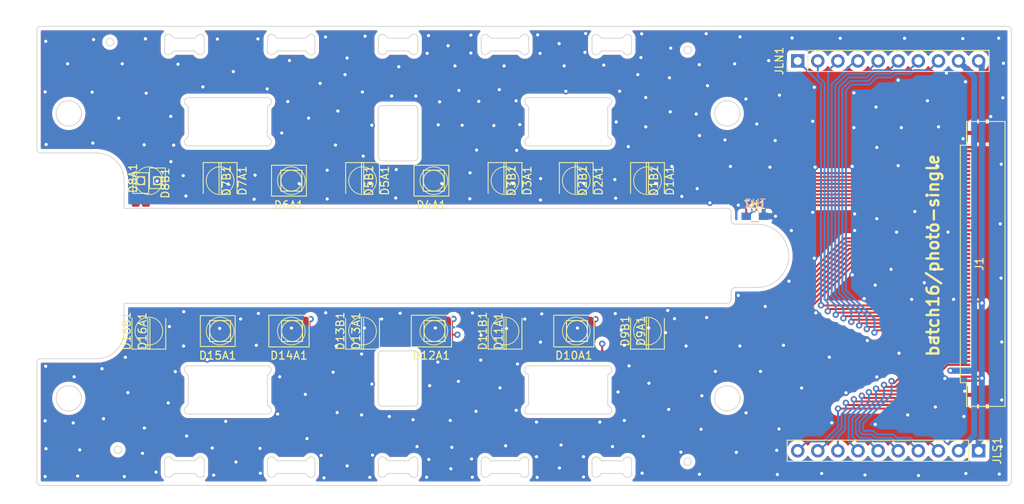
<source format=kicad_pcb>
(kicad_pcb (version 20211014) (generator pcbnew)
  (layers (0 "F.Cu" signal) (31 "B.Cu" signal) (34 "B.Paste" user) (35 "F.Paste" user) (36 "B.SilkS" user "B.Silkscreen") (37 "F.SilkS" user "F.Silkscreen") (38 "B.Mask" user) (39 "F.Mask" user) (44 "Edge.Cuts" user))
  (net 0 "")
  (net 1 "GNDA")
  (net 2 "/S_PD_OUT1")
  (net 3 "/S_PD_OUT3")
  (net 4 "/S_PD_OUT5")
  (net 5 "/S_PD_OUT7")
  (net 6 "/S_PD_OUT9")
  (net 7 "/S_PD_OUT11")
  (net 8 "/S_PD_OUT13")
  (net 9 "/S_PD_OUT15")
  (net 10 "/N_PD_OUT1")
  (net 11 "/N_PD_OUT3")
  (net 12 "/N_PD_OUT5")
  (net 13 "/N_PD_OUT7")
  (net 14 "/N_PD_OUT9")
  (net 15 "/N_PD_OUT11")
  (net 16 "/N_PD_OUT13")
  (net 17 "/N_PD_OUT15")
  (net 18 "GNDL")
  (net 19 "VCCL")
  (net 20 "/N_LED_OUT9")
  (net 21 "/N_LED_OUT10")
  (net 22 "/N_LED_OUT11")
  (net 23 "/N_LED_OUT12")
  (net 24 "/N_LED_OUT13")
  (net 25 "/N_LED_OUT14")
  (net 26 "/N_LED_OUT15")
  (net 27 "/N_LED_OUT16")
  (net 28 "/S_LED_OUT2")
  (net 29 "/S_LED_OUT1")
  (net 30 "/S_LED_OUT4")
  (net 31 "/S_LED_OUT3")
  (net 32 "/S_LED_OUT7")
  (net 33 "/S_LED_OUT8")
  (net 34 "/S_LED_OUT6")
  (net 35 "/S_LED_OUT5")
  (net 36 "Net-(J1-Pad40)")
  (net 37 "Net-(J1-Pad41)")
  (net 38 "Net-(D11A1-Pad1)")
  (net 39 "Net-(D9A1-Pad1)")
  (net 40 "Net-(D13A1-Pad1)")
  (net 41 "Net-(D1A1-Pad1)")
  (net 42 "Net-(D2A1-Pad1)")
  (net 43 "Net-(D3A1-Pad1)")
  (net 44 "Net-(D5A1-Pad1)")
  (net 45 "Net-(D7A1-Pad1)")
  (net 46 "Net-(D8A1-Pad1)")
  (net 47 "Net-(D16B1-Pad2)")
  (footprint "Diode_SMD:D_1206_3216Metric" (layer "F.Cu") (at 160.921211 90.502066 -90)
    (fp_text reference "D1B1")
    (fp_text value "D_Photo")
  )
  (footprint "Diode_SMD:D_1206_3216Metric" (layer "F.Cu") (at 153.921211 90.502066 -90)
    (fp_text reference "D2A1")
    (fp_text value "D_Photo")
  )
  (footprint "Diode_SMD:D_1206_3216Metric" (layer "F.Cu") (at 151.921211 90.502066 -90)
    (fp_text reference "D2B1")
    (fp_text value "D_Photo")
  )
  (footprint "Diode_SMD:D_1206_3216Metric" (layer "F.Cu") (at 144.921211 90.502066 -90)
    (fp_text reference "D3A1")
    (fp_text value "D_Photo")
  )
  (footprint "Diode_SMD:D_1206_3216Metric" (layer "F.Cu") (at 142.921211 90.502066 -90)
    (fp_text reference "D3B1")
    (fp_text value "D_Photo")
  )
  (footprint "Ninja-qPCR:SFH2440_2430_BPW34S" (layer "F.Cu") (at 134.621211 90.502066 180)
    (fp_text reference "D4A1")
    (fp_text value "D_Photo")
  )
  (footprint "Diode_SMD:D_1206_3216Metric" (layer "F.Cu") (at 126.921211 90.502066 -90)
    (fp_text reference "D5A1")
    (fp_text value "D_Photo")
  )
  (footprint "Diode_SMD:D_1206_3216Metric" (layer "F.Cu") (at 124.921211 90.502066 -90)
    (fp_text reference "D5B1")
    (fp_text value "D_Photo")
  )
  (footprint "Ninja-qPCR:SFH2440_2430_BPW34S" (layer "F.Cu") (at 116.621211 90.502066 180)
    (fp_text reference "D6A1")
    (fp_text value "D_Photo")
  )
  (footprint "Diode_SMD:D_1206_3216Metric" (layer "F.Cu") (at 108.921211 90.502066 -90)
    (fp_text reference "D7A1")
    (fp_text value "D_Photo")
  )
  (footprint "Diode_SMD:D_1206_3216Metric" (layer "F.Cu") (at 106.921211 90.502066 -90)
    (fp_text reference "D7B1")
    (fp_text value "D_Photo")
  )
  (footprint "Ninja-qPCR:SFH2400" (layer "F.Cu") (at 100 90.2 90)
    (fp_text reference "D8A1")
    (fp_text value "D_Photo")
  )
  (footprint "Ninja-qPCR:SFH2400" (layer "F.Cu") (at 97.9 90.8 -90)
    (fp_text reference "D8B1")
    (fp_text value "D_Photo")
  )
  (footprint "Diode_SMD:D_1206_3216Metric" (layer "F.Cu") (at 124.921211 109.501633 90)
    (fp_text reference "D13B1")
    (fp_text value "D_Photo")
  )
  (footprint "Ninja-qPCR:SFH2200_2201_2240" (layer "F.Cu") (at 116.621211 109.501633 180)
    (fp_text reference "D14A1")
    (fp_text value "D_Photo")
  )
  (footprint "Ninja-qPCR:SFH2440_2430_BPW34S" (layer "F.Cu") (at 107.621211 109.501633 180)
    (fp_text reference "D15A1")
    (fp_text value "D_Photo")
  )
  (footprint "Diode_SMD:D_1206_3216Metric" (layer "F.Cu") (at 99.921211 109.501633 90)
    (fp_text reference "D16A1")
    (fp_text value "D_Photo")
  )
  (footprint "Diode_SMD:D_1206_3216Metric" (layer "F.Cu") (at 160.921211 109.501633 90)
    (fp_text reference "D9B1")
    (fp_text value "D_Photo")
  )
  (footprint "Diode_SMD:D_1206_3216Metric" (layer "F.Cu") (at 126.921211 109.501633 90)
    (fp_text reference "D13A1")
    (fp_text value "D_Photo")
  )
  (footprint "Ninja-qPCR:SFH2200_2201_2240" (layer "F.Cu") (at 134.621211 109.501633 180)
    (fp_text reference "D12A1")
    (fp_text value "D_Photo")
  )
  (footprint "Diode_SMD:D_1206_3216Metric" (layer "F.Cu") (at 142.921211 109.501633 90)
    (fp_text reference "D11B1")
    (fp_text value "D_Photo")
  )
  (footprint "Diode_SMD:D_1206_3216Metric" (layer "F.Cu") (at 144.921211 109.501633 90)
    (fp_text reference "D11A1")
    (fp_text value "D_Photo")
  )
  (footprint "Ninja-qPCR:SFH2200_2201_2240" (layer "F.Cu") (at 152.621211 109.501633 180)
    (fp_text reference "D10A1")
    (fp_text value "D_Photo")
  )
  (footprint "Diode_SMD:D_1206_3216Metric" (layer "F.Cu") (at 162.921211 90.502066 -90)
    (fp_text reference "D1A1")
    (fp_text value "D_Photo")
  )
  (footprint "Pin_Headers:Pin_Header_Straight_1x10_Pitch2.54mm" (layer "F.Cu") (at 180.905 75.372 90)
    (fp_text reference "JLN1")
    (fp_text value "Conn_01x10_Male")
  )
  (footprint "Pin_Headers:Pin_Header_Straight_1x10_Pitch2.54mm" (layer "F.Cu") (at 203.765 124.628 -90)
    (fp_text reference "JLS1")
    (fp_text value "Conn_01x10_Male")
  )
  (footprint "Diode_SMD:D_1206_3216Metric" (layer "F.Cu") (at 162.921211 109.501633 90)
    (fp_text reference "D9A1")
    (fp_text value "D_Photo")
  )
  (footprint "Ninja-qPCR:FFC_60_Ali_HUISHUNFA" (layer "F.Cu") (at 202.074 115.77 90)
    (fp_text reference "J1")
    (fp_text value "Conn_01x60_Male")
  )
  (footprint "Resistors_SMD:R_0603_HandSoldering" (layer "F.Cu") (at 175.5 95)
    (fp_text reference "TH1")
    (fp_text value "Thermistor")
  )
  (footprint "Diode_SMD:D_1206_3216Metric" (layer "F.Cu") (at 97.921211 109.501633 90)
    (fp_text reference "D16B1")
    (fp_text value "D_Photo")
  )
  (footprint "Resistors_SMD:R_0603_HandSoldering" (layer "B.Cu") (at 175.5 95)
    (fp_text reference "TH2")
    (fp_text value "Thermistor")
  )
  (gr_circle (center 161.921211 90.502066) (end 160.171211 90.502066) (layer "F.SilkS") (width 0.1) (fill none))
  (gr_circle (center 116.921211 90.502066) (end 118.671211 90.502066) (layer "F.SilkS") (width 0.1) (fill none))
  (gr_circle (center 134.921211 90.502066) (end 136.671211 90.502066) (layer "F.SilkS") (width 0.1) (fill none))
  (gr_circle (center 143.921211 90.502066) (end 142.171211 90.502066) (layer "F.SilkS") (width 0.1) (fill none))
  (gr_circle (center 152.921211 90.502066) (end 151.171211 90.502066) (layer "F.SilkS") (width 0.1) (fill none))
  (gr_circle (center 125.921211 90.502066) (end 124.171211 90.502066) (layer "F.SilkS") (width 0.1) (fill none))
  (gr_circle (center 98.921211 90.502066) (end 97.171211 90.502066) (layer "F.SilkS") (width 0.1) (fill none))
  (gr_circle (center 107.921211 90.502066) (end 106.171211 90.502066) (layer "F.SilkS") (width 0.1) (fill none))
  (gr_circle (center 161.921211 109.501633) (end 160.171211 109.501633) (layer "F.SilkS") (width 0.1) (fill none))
  (gr_circle (center 152.921211 109.501633) (end 154.671211 109.501633) (layer "F.SilkS") (width 0.1) (fill none))
  (gr_circle (center 107.921211 109.501633) (end 106.171211 109.501633) (layer "F.SilkS") (width 0.1) (fill none))
  (gr_circle (center 116.921211 109.501633) (end 118.671211 109.501633) (layer "F.SilkS") (width 0.1) (fill none))
  (gr_circle (center 143.921211 109.501633) (end 142.171211 109.501633) (layer "F.SilkS") (width 0.1) (fill none))
  (gr_circle (center 98.921211 109.501633) (end 98.921211 111.251633) (layer "F.SilkS") (width 0.1) (fill none))
  (gr_circle (center 125.921211 109.501633) (end 124.171211 109.501633) (layer "F.SilkS") (width 0.1) (fill none))
  (gr_circle (center 134.921211 109.501633) (end 133.171211 109.501633) (layer "F.SilkS") (width 0.1) (fill none))
  (gr_circle (center 172 82) (end 170.4 82) (layer "Edge.Cuts") (width 0.1) (fill none))
  (gr_circle (center 88.8 82) (end 87.2 82) (layer "Edge.Cuts") (width 0.1) (fill none))
  (gr_line (start 119.060497 74.455302) (end 118.706944 74.101749) (layer "Edge.Cuts") (width 0.1))
  (gr_line (start 156.89905 84.894642) (end 157.252604 85.248195) (layer "Edge.Cuts") (width 0.1))
  (gr_line (start 104.706944 74.101749) (end 102.121157 74.101749) (layer "Edge.Cuts") (width 0.1))
  (gr_line (start 103.89905 80.001749) (end 113.89905 80.001749) (layer "Edge.Cuts") (width 0.1))
  (gr_line (start 115.121157 74.101749) (end 114.767604 74.455302) (layer "Edge.Cuts") (width 0.1))
  (gr_line (start 156.89905 81.208855) (end 156.89905 84.894642) (layer "Edge.Cuts") (width 0.1))
  (gr_arc (start 157.252604 85.248195) (mid 157.360991 85.793091) (end 156.89905 86.10175) (layer "Edge.Cuts") (width 0.1))
  (gr_line (start 105.060497 74.455302) (end 104.706944 74.101749) (layer "Edge.Cuts") (width 0.1))
  (gr_arc (start 113.89905 80.001749) (mid 114.36099 80.310407) (end 114.252603 80.855302) (layer "Edge.Cuts") (width 0.1))
  (gr_arc (start 140.91405 72.501749) (mid 141.222708 72.039809) (end 141.767603 72.148196) (layer "Edge.Cuts") (width 0.1))
  (gr_line (start 119.91405 72.501749) (end 119.91405 74.101749) (layer "Edge.Cuts") (width 0.1))
  (gr_line (start 102.121157 74.101749) (end 101.767604 74.455302) (layer "Edge.Cuts") (width 0.1))
  (gr_line (start 129.121157 72.501749) (end 131.706944 72.501749) (layer "Edge.Cuts") (width 0.1))
  (gr_line (start 128.767604 72.148195) (end 129.121157 72.501749) (layer "Edge.Cuts") (width 0.1))
  (gr_line (start 101.767604 72.148195) (end 102.121157 72.501749) (layer "Edge.Cuts") (width 0.1))
  (gr_line (start 115.121157 72.501749) (end 118.706944 72.501749) (layer "Edge.Cuts") (width 0.1))
  (gr_line (start 113.89905 86.101749) (end 103.89905 86.101749) (layer "Edge.Cuts") (width 0.1))
  (gr_line (start 156.121157 74.101749) (end 155.767604 74.455302) (layer "Edge.Cuts") (width 0.1))
  (gr_line (start 104.706944 72.501749) (end 105.060497 72.148195) (layer "Edge.Cuts") (width 0.1))
  (gr_arc (start 154.91405 72.501749) (mid 155.222708 72.039809) (end 155.767603 72.148196) (layer "Edge.Cuts") (width 0.1))
  (gr_line (start 118.706944 74.101749) (end 115.121157 74.101749) (layer "Edge.Cuts") (width 0.1))
  (gr_arc (start 103.545497 80.855302) (mid 103.437111 80.310407) (end 103.89905 80.00175) (layer "Edge.Cuts") (width 0.1))
  (gr_line (start 146.91405 72.501749) (end 146.91405 74.101749) (layer "Edge.Cuts") (width 0.1))
  (gr_arc (start 159.060497 72.148195) (mid 159.605392 72.039809) (end 159.91405 72.50175) (layer "Edge.Cuts") (width 0.1))
  (gr_line (start 207.399 71) (end 85.264 71) (layer "Edge.Cuts") (width 0.1))
  (gr_line (start 156.121157 72.501749) (end 158.706944 72.501749) (layer "Edge.Cuts") (width 0.1))
  (gr_line (start 113.89905 81.208855) (end 113.89905 84.894642) (layer "Edge.Cuts") (width 0.1))
  (gr_line (start 140.91405 74.101749) (end 140.91405 72.501749) (layer "Edge.Cuts") (width 0.1))
  (gr_line (start 146.060497 74.455302) (end 145.706944 74.101749) (layer "Edge.Cuts") (width 0.1))
  (gr_arc (start 119.91405 74.101749) (mid 119.605392 74.563689) (end 119.060497 74.455302) (layer "Edge.Cuts") (width 0.1))
  (gr_line (start 142.121157 72.501749) (end 145.706944 72.501749) (layer "Edge.Cuts") (width 0.1))
  (gr_line (start 159.060497 74.455302) (end 158.706944 74.101749) (layer "Edge.Cuts") (width 0.1))
  (gr_arc (start 101.767604 74.455302) (mid 101.222709 74.563689) (end 100.91405 74.10175) (layer "Edge.Cuts") (width 0.1))
  (gr_arc (start 100.91405 72.501749) (mid 101.222708 72.039809) (end 101.767603 72.148196) (layer "Edge.Cuts") (width 0.1))
  (gr_line (start 102.121157 72.501749) (end 104.706944 72.501749) (layer "Edge.Cuts") (width 0.1))
  (gr_line (start 141.767604 72.148195) (end 142.121157 72.501749) (layer "Edge.Cuts") (width 0.1))
  (gr_line (start 103.89905 84.894642) (end 103.89905 81.208855) (layer "Edge.Cuts") (width 0.1))
  (gr_arc (start 132.060497 72.148195) (mid 132.605392 72.039809) (end 132.91405 72.50175) (layer "Edge.Cuts") (width 0.1))
  (gr_line (start 158.706944 72.501749) (end 159.060497 72.148195) (layer "Edge.Cuts") (width 0.1))
  (gr_line (start 146.545497 85.248195) (end 146.89905 84.894642) (layer "Edge.Cuts") (width 0.1))
  (gr_line (start 155.767604 72.148195) (end 156.121157 72.501749) (layer "Edge.Cuts") (width 0.1))
  (gr_arc (start 105.060497 72.148195) (mid 105.605392 72.039809) (end 105.91405 72.50175) (layer "Edge.Cuts") (width 0.1))
  (gr_arc (start 141.767604 74.455302) (mid 141.222709 74.563689) (end 140.91405 74.10175) (layer "Edge.Cuts") (width 0.1))
  (gr_line (start 100.91405 74.101749) (end 100.91405 72.501749) (layer "Edge.Cuts") (width 0.1))
  (gr_line (start 114.252604 80.855302) (end 113.89905 81.208855) (layer "Edge.Cuts") (width 0.1))
  (gr_arc (start 155.767604 74.455302) (mid 155.222709 74.563689) (end 154.91405 74.10175) (layer "Edge.Cuts") (width 0.1))
  (gr_line (start 158.706944 74.101749) (end 156.121157 74.101749) (layer "Edge.Cuts") (width 0.1))
  (gr_arc (start 103.89905 86.101749) (mid 103.43711 85.793091) (end 103.545497 85.248196) (layer "Edge.Cuts") (width 0.1))
  (gr_line (start 142.121157 74.101749) (end 141.767604 74.455302) (layer "Edge.Cuts") (width 0.1))
  (gr_arc (start 146.89905 86.101749) (mid 146.43711 85.793091) (end 146.545497 85.248196) (layer "Edge.Cuts") (width 0.1))
  (gr_arc (start 114.252604 85.248195) (mid 114.360991 85.793091) (end 113.89905 86.10175) (layer "Edge.Cuts") (width 0.1))
  (gr_line (start 154.91405 74.101749) (end 154.91405 72.501749) (layer "Edge.Cuts") (width 0.1))
  (gr_line (start 103.89905 81.208855) (end 103.545497 80.855302) (layer "Edge.Cuts") (width 0.1))
  (gr_line (start 103.545497 85.248195) (end 103.89905 84.894642) (layer "Edge.Cuts") (width 0.1))
  (gr_line (start 113.89905 84.894642) (end 114.252604 85.248195) (layer "Edge.Cuts") (width 0.1))
  (gr_arc (start 146.060497 72.148195) (mid 146.605392 72.039809) (end 146.91405 72.50175) (layer "Edge.Cuts") (width 0.1))
  (gr_line (start 145.706944 74.101749) (end 142.121157 74.101749) (layer "Edge.Cuts") (width 0.1))
  (gr_line (start 156.89905 86.101749) (end 146.89905 86.101749) (layer "Edge.Cuts") (width 0.1))
  (gr_line (start 131.706944 72.501749) (end 132.060497 72.148195) (layer "Edge.Cuts") (width 0.1))
  (gr_line (start 95.8 94) (end 172 94) (layer "Edge.Cuts") (width 0.1))
  (gr_line (start 113.91405 74.101749) (end 113.91405 72.501749) (layer "Edge.Cuts") (width 0.1))
  (gr_line (start 145.706944 72.501749) (end 146.060497 72.148195) (layer "Edge.Cuts") (width 0.1))
  (gr_line (start 146.89905 81.208855) (end 146.545497 80.855302) (layer "Edge.Cuts") (width 0.1))
  (gr_line (start 159.91405 72.501749) (end 159.91405 74.101749) (layer "Edge.Cuts") (width 0.1))
  (gr_line (start 146.89905 84.894642) (end 146.89905 81.208855) (layer "Edge.Cuts") (width 0.1))
  (gr_arc (start 113.91405 72.501749) (mid 114.222708 72.039809) (end 114.767603 72.148196) (layer "Edge.Cuts") (width 0.1))
  (gr_arc (start 132.91405 74.101749) (mid 132.605392 74.563689) (end 132.060497 74.455302) (layer "Edge.Cuts") (width 0.1))
  (gr_arc (start 105.91405 74.101749) (mid 105.605392 74.563689) (end 105.060497 74.455302) (layer "Edge.Cuts") (width 0.1))
  (gr_line (start 95.8 90.5) (end 95.8 94) (layer "Edge.Cuts") (width 0.1))
  (gr_arc (start 159.91405 74.101749) (mid 159.605392 74.563689) (end 159.060497 74.455302) (layer "Edge.Cuts") (width 0.1))
  (gr_line (start 105.91405 72.501749) (end 105.91405 74.101749) (layer "Edge.Cuts") (width 0.1))
  (gr_arc (start 146.545497 80.855302) (mid 146.437111 80.310407) (end 146.89905 80.00175) (layer "Edge.Cuts") (width 0.1))
  (gr_arc (start 114.767604 74.455302) (mid 114.222709 74.563689) (end 113.91405 74.10175) (layer "Edge.Cuts") (width 0.1))
  (gr_line (start 114.767604 72.148195) (end 115.121157 72.501749) (layer "Edge.Cuts") (width 0.1))
  (gr_line (start 132.91405 72.501749) (end 132.91405 74.101749) (layer "Edge.Cuts") (width 0.1))
  (gr_arc (start 128.767604 74.455302) (mid 128.222709 74.563689) (end 127.91405 74.10175) (layer "Edge.Cuts") (width 0.1))
  (gr_arc (start 146.91405 74.101749) (mid 146.605392 74.563689) (end 146.060497 74.455302) (layer "Edge.Cuts") (width 0.1))
  (gr_line (start 127.91405 74.101749) (end 127.91405 72.501749) (layer "Edge.Cuts") (width 0.1))
  (gr_arc (start 127.91405 72.501749) (mid 128.222708 72.039809) (end 128.767603 72.148196) (layer "Edge.Cuts") (width 0.1))
  (gr_arc (start 119.060497 72.148195) (mid 119.605392 72.039809) (end 119.91405 72.50175) (layer "Edge.Cuts") (width 0.1))
  (gr_line (start 129.121157 74.101749) (end 128.767604 74.455302) (layer "Edge.Cuts") (width 0.1))
  (gr_arc (start 156.89905 80.001749) (mid 157.36099 80.310407) (end 157.252603 80.855302) (layer "Edge.Cuts") (width 0.1))
  (gr_line (start 118.706944 72.501749) (end 119.060497 72.148195) (layer "Edge.Cuts") (width 0.1))
  (gr_line (start 131.706944 74.101749) (end 129.121157 74.101749) (layer "Edge.Cuts") (width 0.1))
  (gr_line (start 157.252604 80.855302) (end 156.89905 81.208855) (layer "Edge.Cuts") (width 0.1))
  (gr_line (start 132.060497 74.455302) (end 131.706944 74.101749) (layer "Edge.Cuts") (width 0.1))
  (gr_arc (start 92.3 87) (mid 94.774874 88.025126) (end 95.8 90.5) (layer "Edge.Cuts") (width 0.1))
  (gr_line (start 92.3 87) (end 85.264 87) (layer "Edge.Cuts") (width 0.1))
  (gr_circle (center 88.8 118) (end 87.2 118) (layer "Edge.Cuts") (width 0.1) (fill none))
  (gr_arc (start 132.9 118.5) (mid 132.753553 118.853553) (end 132.4 119) (layer "Edge.Cuts") (width 0.1))
  (gr_arc (start 128.4 119) (mid 128.046447 118.853553) (end 127.9 118.5) (layer "Edge.Cuts") (width 0.1))
  (gr_line (start 132.4 119) (end 128.4 119) (layer "Edge.Cuts") (width 0.1))
  (gr_line (start 127.9 118.5) (end 127.9 112.5) (layer "Edge.Cuts") (width 0.1))
  (gr_line (start 132.9 118.5) (end 132.9 112.5) (layer "Edge.Cuts") (width 0.1))
  (gr_arc (start 132.4 81) (mid 132.753553 81.146447) (end 132.9 81.5) (layer "Edge.Cuts") (width 0.1))
  (gr_line (start 128.4 81) (end 132.4 81) (layer "Edge.Cuts") (width 0.1))
  (gr_arc (start 132.9 87.5) (mid 132.753553 87.853553) (end 132.4 88) (layer "Edge.Cuts") (width 0.1))
  (gr_line (start 132.9 87.5) (end 132.9 81.5) (layer "Edge.Cuts") (width 0.1))
  (gr_line (start 132.4 88) (end 128.4 88) (layer "Edge.Cuts") (width 0.1))
  (gr_line (start 127.9 87.5) (end 127.9 81.5) (layer "Edge.Cuts") (width 0.1))
  (gr_arc (start 127.9 81.5) (mid 128.046447 81.146447) (end 128.4 81) (layer "Edge.Cuts") (width 0.1))
  (gr_circle (center 94 73) (end 93.525 73) (layer "Edge.Cuts") (width 0.1) (fill none))
  (gr_circle (center 167 74) (end 166.525 74) (layer "Edge.Cuts") (width 0.1) (fill none))
  (gr_circle (center 167 126) (end 166.525 126) (layer "Edge.Cuts") (width 0.1) (fill none))
  (gr_circle (center 95 124.5) (end 94.525 124.5) (layer "Edge.Cuts") (width 0.1) (fill none))
  (gr_arc (start 85.264 87) (mid 84.910447 86.853553) (end 84.764 86.5) (layer "Edge.Cuts") (width 0.1))
  (gr_arc (start 84.764 113.5) (mid 84.910447 113.146447) (end 85.264 113) (layer "Edge.Cuts") (width 0.1))
  (gr_arc (start 172 94) (mid 172.353553 94.146447) (end 172.5 94.5) (layer "Edge.Cuts") (width 0.1))
  (gr_arc (start 172.5 105.5) (mid 172.353553 105.853553) (end 172 106) (layer "Edge.Cuts") (width 0.1))
  (gr_line (start 156.89905 80.001749) (end 146.89905 80.001749) (layer "Edge.Cuts") (width 0.1))
  (gr_arc (start 173 96) (mid 172.646447 95.853553) (end 172.5 95.5) (layer "Edge.Cuts") (width 0.1))
  (gr_arc (start 172.5 104.5) (mid 172.646447 104.146447) (end 173 104) (layer "Edge.Cuts") (width 0.1))
  (gr_line (start 172.5 94.5) (end 172.5 95.5) (layer "Edge.Cuts") (width 0.1))
  (gr_line (start 172.5 104.5) (end 172.5 105.5) (layer "Edge.Cuts") (width 0.1))
  (gr_arc (start 128.4 88) (mid 128.046447 87.853553) (end 127.9 87.5) (layer "Edge.Cuts") (width 0.1))
  (gr_line (start 129.121157 127.498251) (end 131.706944 127.498251) (layer "Edge.Cuts") (width 0.1))
  (gr_line (start 95.8 109.5) (end 95.8 106) (layer "Edge.Cuts") (width 0.1))
  (gr_line (start 103.545497 114.751805) (end 103.89905 115.105358) (layer "Edge.Cuts") (width 0.1))
  (gr_line (start 115.121157 125.898251) (end 114.767604 125.544698) (layer "Edge.Cuts") (width 0.1))
  (gr_arc (start 141.767603 127.851804) (mid 141.222708 127.96019) (end 140.91405 127.498251) (layer "Edge.Cuts") (width 0.1))
  (gr_line (start 146.060497 125.544698) (end 145.706944 125.898251) (layer "Edge.Cuts") (width 0.1))
  (gr_line (start 156.89905 118.791145) (end 156.89905 115.105358) (layer "Edge.Cuts") (width 0.1))
  (gr_arc (start 113.89905 113.89825) (mid 114.360991 114.206909) (end 114.252604 114.751805) (layer "Edge.Cuts") (width 0.1))
  (gr_arc (start 127.91405 125.89825) (mid 128.222709 125.436311) (end 128.767604 125.544698) (layer "Edge.Cuts") (width 0.1))
  (gr_line (start 119.91405 127.498251) (end 119.91405 125.898251) (layer "Edge.Cuts") (width 0.1))
  (gr_arc (start 84.764 71.5) (mid 84.910447 71.146447) (end 85.264 71) (layer "Edge.Cuts") (width 0.1))
  (gr_line (start 113.91405 125.898251) (end 113.91405 127.498251) (layer "Edge.Cuts") (width 0.1))
  (gr_line (start 101.767604 127.851805) (end 102.121157 127.498251) (layer "Edge.Cuts") (width 0.1))
  (gr_line (start 156.89905 115.105358) (end 157.252604 114.751805) (layer "Edge.Cuts") (width 0.1))
  (gr_line (start 156.89905 113.898251) (end 146.89905 113.898251) (layer "Edge.Cuts") (width 0.1))
  (gr_arc (start 114.252603 119.144698) (mid 114.360989 119.689593) (end 113.89905 119.998251) (layer "Edge.Cuts") (width 0.1))
  (gr_line (start 131.706944 127.498251) (end 132.060497 127.851805) (layer "Edge.Cuts") (width 0.1))
  (gr_line (start 103.89905 119.998251) (end 113.89905 119.998251) (layer "Edge.Cuts") (width 0.1))
  (gr_line (start 105.91405 127.498251) (end 105.91405 125.898251) (layer "Edge.Cuts") (width 0.1))
  (gr_line (start 173 96) (end 175.764 96) (layer "Edge.Cuts") (width 0.1))
  (gr_arc (start 146.89905 119.99825) (mid 146.437111 119.689592) (end 146.545497 119.144698) (layer "Edge.Cuts") (width 0.1))
  (gr_line (start 145.706944 125.898251) (end 142.121157 125.898251) (layer "Edge.Cuts") (width 0.1))
  (gr_arc (start 127.9 112.5) (mid 128.046447 112.146447) (end 128.4 112) (layer "Edge.Cuts") (width 0.1))
  (gr_line (start 119.060497 125.544698) (end 118.706944 125.898251) (layer "Edge.Cuts") (width 0.1))
  (gr_line (start 146.91405 127.498251) (end 146.91405 125.898251) (layer "Edge.Cuts") (width 0.1))
  (gr_arc (start 119.91405 127.49825) (mid 119.605393 127.96019) (end 119.060497 127.851805) (layer "Edge.Cuts") (width 0.1))
  (gr_line (start 156.121157 127.498251) (end 158.706944 127.498251) (layer "Edge.Cuts") (width 0.1))
  (gr_line (start 207.899 128.5) (end 207.899 71.5) (layer "Edge.Cuts") (width 0.1))
  (gr_arc (start 95.8 109.5) (mid 94.774874 111.974874) (end 92.3 113) (layer "Edge.Cuts") (width 0.1))
  (gr_line (start 103.89905 118.791145) (end 103.545497 119.144698) (layer "Edge.Cuts") (width 0.1))
  (gr_line (start 156.121157 125.898251) (end 155.767604 125.544698) (layer "Edge.Cuts") (width 0.1))
  (gr_line (start 113.89905 113.898251) (end 103.89905 113.898251) (layer "Edge.Cuts") (width 0.1))
  (gr_line (start 129.121157 125.898251) (end 128.767604 125.544698) (layer "Edge.Cuts") (width 0.1))
  (gr_line (start 155.767604 127.851805) (end 156.121157 127.498251) (layer "Edge.Cuts") (width 0.1))
  (gr_arc (start 105.91405 127.49825) (mid 105.605393 127.96019) (end 105.060497 127.851805) (layer "Edge.Cuts") (width 0.1))
  (gr_line (start 146.89905 115.105358) (end 146.89905 118.791145) (layer "Edge.Cuts") (width 0.1))
  (gr_arc (start 100.91405 125.89825) (mid 101.222709 125.436311) (end 101.767604 125.544698) (layer "Edge.Cuts") (width 0.1))
  (gr_line (start 146.545497 114.751805) (end 146.89905 115.105358) (layer "Edge.Cuts") (width 0.1))
  (gr_line (start 114.252604 119.144698) (end 113.89905 118.791145) (layer "Edge.Cuts") (width 0.1))
  (gr_arc (start 175.764 96) (mid 179.764 100) (end 175.764 104) (layer "Edge.Cuts") (width 0.1))
  (gr_circle (center 172 118) (end 170.4 118) (layer "Edge.Cuts") (width 0.1) (fill none))
  (gr_line (start 141.767604 127.851805) (end 142.121157 127.498251) (layer "Edge.Cuts") (width 0.1))
  (gr_arc (start 159.91405 127.49825) (mid 159.605393 127.96019) (end 159.060497 127.851805) (layer "Edge.Cuts") (width 0.1))
  (gr_line (start 207.399 129) (end 85.264 129) (layer "Edge.Cuts") (width 0.1))
  (gr_arc (start 159.060497 125.544698) (mid 159.605392 125.436312) (end 159.91405 125.898251) (layer "Edge.Cuts") (width 0.1))
  (gr_line (start 173 104) (end 175.764 104) (layer "Edge.Cuts") (width 0.1))
  (gr_line (start 92.3 113) (end 85.264 113) (layer "Edge.Cuts") (width 0.1))
  (gr_arc (start 113.91405 125.89825) (mid 114.222709 125.436311) (end 114.767604 125.544698) (layer "Edge.Cuts") (width 0.1))
  (gr_line (start 159.060497 125.544698) (end 158.706944 125.898251) (layer "Edge.Cuts") (width 0.1))
  (gr_arc (start 146.91405 127.49825) (mid 146.605393 127.96019) (end 146.060497 127.851805) (layer "Edge.Cuts") (width 0.1))
  (gr_line (start 157.252604 119.144698) (end 156.89905 118.791145) (layer "Edge.Cuts") (width 0.1))
  (gr_line (start 113.89905 118.791145) (end 113.89905 115.105358) (layer "Edge.Cuts") (width 0.1))
  (gr_line (start 105.060497 125.544698) (end 104.706944 125.898251) (layer "Edge.Cuts") (width 0.1))
  (gr_arc (start 146.060497 125.544698) (mid 146.605392 125.436312) (end 146.91405 125.898251) (layer "Edge.Cuts") (width 0.1))
  (gr_line (start 132.060497 125.544698) (end 131.706944 125.898251) (layer "Edge.Cuts") (width 0.1))
  (gr_line (start 118.706944 127.498251) (end 119.060497 127.851805) (layer "Edge.Cuts") (width 0.1))
  (gr_line (start 103.89905 115.105358) (end 103.89905 118.791145) (layer "Edge.Cuts") (width 0.1))
  (gr_line (start 158.706944 125.898251) (end 156.121157 125.898251) (layer "Edge.Cuts") (width 0.1))
  (gr_arc (start 140.91405 125.89825) (mid 141.222709 125.436311) (end 141.767604 125.544698) (layer "Edge.Cuts") (width 0.1))
  (gr_line (start 115.121157 127.498251) (end 118.706944 127.498251) (layer "Edge.Cuts") (width 0.1))
  (gr_line (start 154.91405 125.898251) (end 154.91405 127.498251) (layer "Edge.Cuts") (width 0.1))
  (gr_arc (start 103.545497 114.751804) (mid 103.437111 114.206909) (end 103.89905 113.898251) (layer "Edge.Cuts") (width 0.1))
  (gr_line (start 131.706944 125.898251) (end 129.121157 125.898251) (layer "Edge.Cuts") (width 0.1))
  (gr_line (start 128.767604 127.851805) (end 129.121157 127.498251) (layer "Edge.Cuts") (width 0.1))
  (gr_line (start 128.4 112) (end 132.4 112) (layer "Edge.Cuts") (width 0.1))
  (gr_line (start 118.706944 125.898251) (end 115.121157 125.898251) (layer "Edge.Cuts") (width 0.1))
  (gr_arc (start 119.060497 125.544698) (mid 119.605392 125.436312) (end 119.91405 125.898251) (layer "Edge.Cuts") (width 0.1))
  (gr_arc (start 128.767603 127.851804) (mid 128.222708 127.96019) (end 127.91405 127.498251) (layer "Edge.Cuts") (width 0.1))
  (gr_line (start 158.706944 127.498251) (end 159.060497 127.851805) (layer "Edge.Cuts") (width 0.1))
  (gr_line (start 84.764 128.5) (end 84.764 113.5) (layer "Edge.Cuts") (width 0.1))
  (gr_arc (start 132.4 112) (mid 132.753553 112.146447) (end 132.9 112.5) (layer "Edge.Cuts") (width 0.1))
  (gr_line (start 95.8 106) (end 172 106) (layer "Edge.Cuts") (width 0.1))
  (gr_arc (start 207.399 71) (mid 207.752553 71.146447) (end 207.899 71.5) (layer "Edge.Cuts") (width 0.1))
  (gr_line (start 159.91405 127.498251) (end 159.91405 125.898251) (layer "Edge.Cuts") (width 0.1))
  (gr_line (start 142.121157 125.898251) (end 141.767604 125.544698) (layer "Edge.Cuts") (width 0.1))
  (gr_line (start 142.121157 127.498251) (end 145.706944 127.498251) (layer "Edge.Cuts") (width 0.1))
  (gr_line (start 104.706944 125.898251) (end 102.121157 125.898251) (layer "Edge.Cuts") (width 0.1))
  (gr_line (start 100.91405 125.898251) (end 100.91405 127.498251) (layer "Edge.Cuts") (width 0.1))
  (gr_arc (start 105.060497 125.544698) (mid 105.605392 125.436312) (end 105.91405 125.898251) (layer "Edge.Cuts") (width 0.1))
  (gr_arc (start 101.767603 127.851804) (mid 101.222708 127.96019) (end 100.91405 127.498251) (layer "Edge.Cuts") (width 0.1))
  (gr_line (start 84.764 71.5) (end 84.764 86.5) (layer "Edge.Cuts") (width 0.1))
  (gr_line (start 102.121157 125.898251) (end 101.767604 125.544698) (layer "Edge.Cuts") (width 0.1))
  (gr_arc (start 132.060497 125.544698) (mid 132.605392 125.436312) (end 132.91405 125.898251) (layer "Edge.Cuts") (width 0.1))
  (gr_line (start 127.91405 125.898251) (end 127.91405 127.498251) (layer "Edge.Cuts") (width 0.1))
  (gr_line (start 146.89905 119.998251) (end 156.89905 119.998251) (layer "Edge.Cuts") (width 0.1))
  (gr_line (start 102.121157 127.498251) (end 104.706944 127.498251) (layer "Edge.Cuts") (width 0.1))
  (gr_line (start 145.706944 127.498251) (end 146.060497 127.851805) (layer "Edge.Cuts") (width 0.1))
  (gr_arc (start 156.89905 113.89825) (mid 157.360991 114.206909) (end 157.252604 114.751805) (layer "Edge.Cuts") (width 0.1))
  (gr_line (start 140.91405 125.898251) (end 140.91405 127.498251) (layer "Edge.Cuts") (width 0.1))
  (gr_arc (start 85.264 129) (mid 84.910447 128.853553) (end 84.764 128.5) (layer "Edge.Cuts") (width 0.1))
  (gr_line (start 146.89905 118.791145) (end 146.545497 119.144698) (layer "Edge.Cuts") (width 0.1))
  (gr_arc (start 132.91405 127.49825) (mid 132.605393 127.96019) (end 132.060497 127.851805) (layer "Edge.Cuts") (width 0.1))
  (gr_arc (start 157.252603 119.144698) (mid 157.360989 119.689593) (end 156.89905 119.998251) (layer "Edge.Cuts") (width 0.1))
  (gr_arc (start 155.767603 127.851804) (mid 155.222708 127.96019) (end 154.91405 127.498251) (layer "Edge.Cuts") (width 0.1))
  (gr_arc (start 207.899 128.5) (mid 207.752553 128.853553) (end 207.399 129) (layer "Edge.Cuts") (width 0.1))
  (gr_arc (start 154.91405 125.89825) (mid 155.222709 125.436311) (end 155.767604 125.544698) (layer "Edge.Cuts") (width 0.1))
  (gr_arc (start 146.545497 114.751804) (mid 146.437111 114.206909) (end 146.89905 113.898251) (layer "Edge.Cuts") (width 0.1))
  (gr_line (start 104.706944 127.498251) (end 105.060497 127.851805) (layer "Edge.Cuts") (width 0.1))
  (gr_arc (start 114.767603 127.851804) (mid 114.222708 127.96019) (end 113.91405 127.498251) (layer "Edge.Cuts") (width 0.1))
  (gr_line (start 113.89905 115.105358) (end 114.252604 114.751805) (layer "Edge.Cuts") (width 0.1))
  (gr_arc (start 103.89905 119.99825) (mid 103.437111 119.689592) (end 103.545497 119.144698) (layer "Edge.Cuts") (width 0.1))
  (gr_line (start 114.767604 127.851805) (end 115.121157 127.498251) (layer "Edge.Cuts") (width 0.1))
  (gr_line (start 132.91405 127.498251) (end 132.91405 125.898251) (layer "Edge.Cuts") (width 0.1))
  (gr_text "batch16/photo-single" (at 198 99.94 90) (layer "F.SilkS") (effects (font (size 1.5 1.5) (thickness 0.3))))
  (segment (start 202.13 105.27) (end 202.154999 105.245001) (width 0.25) (layer "F.Cu") (net 1))
  (segment (start 165.772066 92.002066) (end 166.26 92.49) (width 0.508) (layer "F.Cu") (net 1))
  (segment (start 113.41 111.3) (end 114.356211 110.353789) (width 0.25) (layer "F.Cu") (net 1))
  (segment (start 205.645001 105.245001) (end 205.7 105.3) (width 0.25) (layer "F.Cu") (net 1))
  (segment (start 202.154999 95.245001) (end 205.654999 95.245001) (width 0.25) (layer "F.Cu") (net 1))
  (segment (start 202.074 96.77) (end 205.43 96.77) (width 0.25) (layer "F.Cu") (net 1))
  (segment (start 134.728367 109.501633) (end 135.12 109.11) (width 0.25) (layer "F.Cu") (net 1))
  (segment (start 205.7 85.771) (end 205.7 86.1) (width 0.762) (layer "F.Cu") (net 1))
  (segment (start 202.074 95.27) (end 202.13 95.27) (width 0.25) (layer "F.Cu") (net 1))
  (segment (start 202.074 86.77) (end 205.57 86.77) (width 0.25) (layer "F.Cu") (net 1))
  (segment (start 204.399 84.47) (end 205.7 85.771) (width 0.762) (layer "F.Cu") (net 1))
  (segment (start 205.57 86.77) (end 205.7 86.9) (width 0.25) (layer "F.Cu") (net 1))
  (segment (start 202.13 95.27) (end 202.154999 95.245001) (width 0.25) (layer "F.Cu") (net 1))
  (segment (start 114.356211 110.353789) (end 114.356211 109.501633) (width 0.25) (layer "F.Cu") (net 1))
  (segment (start 148.668367 109.501633) (end 150.356211 109.501633) (width 0.25) (layer "F.Cu") (net 1))
  (segment (start 205.7 96.5) (end 205.7 105.3) (width 0.762) (layer "F.Cu") (net 1))
  (segment (start 205.7 116.269) (end 204.399 117.57) (width 0.762) (layer "F.Cu") (net 1))
  (segment (start 132.356211 109.501633) (end 134.728367 109.501633) (width 0.25) (layer "F.Cu") (net 1))
  (segment (start 148.4 109.77) (end 148.668367 109.501633) (width 0.25) (layer "F.Cu") (net 1))
  (segment (start 162.921211 92.002066) (end 165.772066 92.002066) (width 0.508) (layer "F.Cu") (net 1))
  (segment (start 205.654999 95.245001) (end 205.7 95.2) (width 0.25) (layer "F.Cu") (net 1))
  (segment (start 165.278367 108.001633) (end 165.34 107.94) (width 0.508) (layer "F.Cu") (net 1))
  (segment (start 205.43 96.77) (end 205.7 96.5) (width 0.25) (layer "F.Cu") (net 1))
  (segment (start 205.7 105.3) (end 205.7 116.269) (width 0.762) (layer "F.Cu") (net 1))
  (segment (start 202.074 86.27) (end 205.53 86.27) (width 0.25) (layer "F.Cu") (net 1))
  (segment (start 205.7 86.1) (end 205.7 86.9) (width 0.762) (layer "F.Cu") (net 1))
  (segment (start 202.074 105.27) (end 202.13 105.27) (width 0.25) (layer "F.Cu") (net 1))
  (segment (start 205.7 95.2) (end 205.7 96.5) (width 0.762) (layer "F.Cu") (net 1))
  (segment (start 176.6 95) (end 178.1 95) (width 0.762) (layer "F.Cu") (net 1))
  (segment (start 205.53 86.27) (end 205.7 86.1) (width 0.25) (layer "F.Cu") (net 1))
  (segment (start 202.154999 105.245001) (end 205.645001 105.245001) (width 0.25) (layer "F.Cu") (net 1))
  (segment (start 112.5 111.3) (end 113.41 111.3) (width 0.25) (layer "F.Cu") (net 1))
  (segment (start 148.4 110.9) (end 148.4 109.77) (width 0.25) (layer "F.Cu") (net 1))
  (segment (start 162.921211 108.001633) (end 165.278367 108.001633) (width 0.508) (layer "F.Cu") (net 1))
  (segment (start 205.7 86.9) (end 205.7 95.2) (width 0.762) (layer "F.Cu") (net 1))
  (via (at 85.81 79.28) (size 0.8) (drill 0.4) (layers "F.Cu" "B.Cu") (net 1))
  (via (at 85.89 72.89) (size 0.8) (drill 0.4) (layers "F.Cu" "B.Cu") (net 1))
  (via (at 88.65 75.73) (size 0.8) (drill 0.4) (layers "F.Cu" "B.Cu") (net 1))
  (via (at 91.75 79.32) (size 0.8) (drill 0.4) (layers "F.Cu" "B.Cu") (net 1))
  (via (at 91.93 72.67) (size 0.8) (drill 0.4) (layers "F.Cu" "B.Cu") (net 1))
  (via (at 91.84 85.75) (size 0.8) (drill 0.4) (layers "F.Cu" "B.Cu") (net 1))
  (via (at 95.12 82.6) (size 0.8) (drill 0.4) (layers "F.Cu" "B.Cu") (net 1))
  (via (at 98.58 79.45) (size 0.8) (drill 0.4) (layers "F.Cu" "B.Cu") (net 1))
  (via (at 98.49 72.58) (size 0.8) (drill 0.4) (layers "F.Cu" "B.Cu") (net 1))
  (via (at 98.49 72.58) (size 0.8) (drill 0.4) (layers "F.Cu" "B.Cu") (net 1))
  (via (at 95.56 75.73) (size 0.8) (drill 0.4) (layers "F.Cu" "B.Cu") (net 1))
  (via (at 101.68 82.38) (size 0.8) (drill 0.4) (layers "F.Cu" "B.Cu") (net 1))
  (via (at 98.32 85.97) (size 0.8) (drill 0.4) (layers "F.Cu" "B.Cu") (net 1))
  (via (at 103.26 89.86) (size 0.8) (drill 0.4) (layers "F.Cu" "B.Cu") (net 1))
  (via (at 99.95 90.55) (size 0.8) (drill 0.4) (layers "F.Cu" "B.Cu") (net 1))
  (via (at 108.93 90.93) (size 0.8) (drill 0.4) (layers "F.Cu" "B.Cu") (net 1))
  (via (at 117.91 90.87) (size 0.8) (drill 0.4) (layers "F.Cu" "B.Cu") (net 1))
  (via (at 126.9 90.87) (size 0.8) (drill 0.4) (layers "F.Cu" "B.Cu") (net 1))
  (via (at 135.93 90.86) (size 0.8) (drill 0.4) (layers "F.Cu" "B.Cu") (net 1))
  (via (at 144.92 90.87) (size 0.8) (drill 0.4) (layers "F.Cu" "B.Cu") (net 1))
  (via (at 153.89 90.84) (size 0.8) (drill 0.4) (layers "F.Cu" "B.Cu") (net 1))
  (via (at 162.93 90.85) (size 0.8) (drill 0.4) (layers "F.Cu" "B.Cu") (net 1))
  (via (at 103.6 92.44) (size 0.8) (drill 0.4) (layers "F.Cu" "B.Cu") (net 1))
  (via (at 112.22 92.85) (size 0.8) (drill 0.4) (layers "F.Cu" "B.Cu") (net 1))
  (via (at 121.45 92.81) (size 0.8) (drill 0.4) (layers "F.Cu" "B.Cu") (net 1))
  (via (at 130.11 92.69) (size 0.8) (drill 0.4) (layers "F.Cu" "B.Cu") (net 1))
  (via (at 139.47 92.79) (size 0.8) (drill 0.4) (layers "F.Cu" "B.Cu") (net 1))
  (via (at 148.4 92.95) (size 0.8) (drill 0.4) (layers "F.Cu" "B.Cu") (net 1))
  (via (at 157.9 92.72) (size 0.8) (drill 0.4) (layers "F.Cu" "B.Cu") (net 1))
  (via (at 157.8 90.36) (size 0.8) (drill 0.4) (layers "F.Cu" "B.Cu") (net 1))
  (via (at 148.42 90.24) (size 0.8) (drill 0.4) (layers "F.Cu" "B.Cu") (net 1))
  (via (at 139.5 89.51) (size 0.8) (drill 0.4) (layers "F.Cu" "B.Cu") (net 1))
  (via (at 130.18 89.1) (size 0.8) (drill 0.4) (layers "F.Cu" "B.Cu") (net 1))
  (via (at 121.45 89.18) (size 0.8) (drill 0.4) (layers "F.Cu" "B.Cu") (net 1))
  (via (at 112.34 89.81) (size 0.8) (drill 0.4) (layers "F.Cu" "B.Cu") (net 1))
  (via (at 102.05 86.01) (size 0.8) (drill 0.4) (layers "F.Cu" "B.Cu") (net 1))
  (via (at 102.61 75.79) (size 0.8) (drill 0.4) (layers "F.Cu" "B.Cu") (net 1))
  (via (at 107.58 72.61) (size 0.8) (drill 0.4) (layers "F.Cu" "B.Cu") (net 1))
  (via (at 112.7 72.59) (size 0.8) (drill 0.4) (layers "F.Cu" "B.Cu") (net 1))
  (via (at 109.59 76.71) (size 0.8) (drill 0.4) (layers "F.Cu" "B.Cu") (net 1))
  (via (at 105.74 78.65) (size 0.8) (drill 0.4) (layers "F.Cu" "B.Cu") (net 1))
  (via (at 113.87 78.91) (size 0.8) (drill 0.4) (layers "F.Cu" "B.Cu") (net 1))
  (via (at 116.68 75.32) (size 0.8) (drill 0.4) (layers "F.Cu" "B.Cu") (net 1))
  (via (at 121.24 72.34) (size 0.8) (drill 0.4) (layers "F.Cu" "B.Cu") (net 1))
  (via (at 126.24 72.24) (size 0.8) (drill 0.4) (layers "F.Cu" "B.Cu") (net 1))
  (via (at 123.96 75.01) (size 0.8) (drill 0.4) (layers "F.Cu" "B.Cu") (net 1))
  (via (at 120.56 78.21) (size 0.8) (drill 0.4) (layers "F.Cu" "B.Cu") (net 1))
  (via (at 116.48 80.5) (size 0.8) (drill 0.4) (layers "F.Cu" "B.Cu") (net 1))
  (via (at 115.71 84.48) (size 0.8) (drill 0.4) (layers "F.Cu" "B.Cu") (net 1))
  (via (at 129.59 79.81) (size 0.8) (drill 0.4) (layers "F.Cu" "B.Cu") (net 1))
  (via (at 132.65 79.81) (size 0.8) (drill 0.4) (layers "F.Cu" "B.Cu") (net 1))
  (via (at 134.25 72.17) (size 0.8) (drill 0.4) (layers "F.Cu" "B.Cu") (net 1))
  (via (at 139.61 74.38) (size 0.8) (drill 0.4) (layers "F.Cu" "B.Cu") (net 1))
  (via (at 136.73 73.45) (size 0.8) (drill 0.4) (layers "F.Cu" "B.Cu") (net 1))
  (via (at 139.61 72.11) (size 0.8) (drill 0.4) (layers "F.Cu" "B.Cu") (net 1))
  (via (at 134.08 74.41) (size 0.8) (drill 0.4) (layers "F.Cu" "B.Cu") (net 1))
  (via (at 135.65 80.54) (size 0.8) (drill 0.4) (layers "F.Cu" "B.Cu") (net 1))
  (via (at 138.5 83.5) (size 0.8) (drill 0.4) (layers "F.Cu" "B.Cu") (net 1))
  (via (at 145.32 80.41) (size 0.8) (drill 0.4) (layers "F.Cu" "B.Cu") (net 1))
  (via (at 145.39 86.67) (size 0.8) (drill 0.4) (layers "F.Cu" "B.Cu") (net 1))
  (via (at 142.51 83.54) (size 0.8) (drill 0.4) (layers "F.Cu" "B.Cu") (net 1))
  (via (at 140.61 80.48) (size 0.8) (drill 0.4) (layers "F.Cu" "B.Cu") (net 1))
  (via (at 140.33 86.63) (size 0.8) (drill 0.4) (layers "F.Cu" "B.Cu") (net 1))
  (via (at 145.79 83.41) (size 0.8) (drill 0.4) (layers "F.Cu" "B.Cu") (net 1))
  (via (at 135.48 83.44) (size 0.8) (drill 0.4) (layers "F.Cu" "B.Cu") (net 1))
  (via (at 157.97 83.08) (size 0.8) (drill 0.4) (layers "F.Cu" "B.Cu") (net 1))
  (via (at 148.05 72.08) (size 0.8) (drill 0.4) (layers "F.Cu" "B.Cu") (net 1))
  (via (at 154.11 71.9) (size 0.8) (drill 0.4) (layers "F.Cu" "B.Cu") (net 1))
  (via (at 154.02 74.29) (size 0.8) (drill 0.4) (layers "F.Cu" "B.Cu") (net 1))
  (via (at 148.35 74.42) (size 0.8) (drill 0.4) (layers "F.Cu" "B.Cu") (net 1))
  (via (at 150.76 73.18) (size 0.8) (drill 0.4) (layers "F.Cu" "B.Cu") (net 1))
  (via (at 161.19 71.94) (size 0.8) (drill 0.4) (layers "F.Cu" "B.Cu") (net 1))
  (via (at 161.09 74.94) (size 0.8) (drill 0.4) (layers "F.Cu" "B.Cu") (net 1))
  (via (at 168.08 82.08) (size 0.8) (drill 0.4) (layers "F.Cu" "B.Cu") (net 1))
  (via (at 171.71 85.35) (size 0.8) (drill 0.4) (layers "F.Cu" "B.Cu") (net 1))
  (via (at 178.06 85.43) (size 0.8) (drill 0.4) (layers "F.Cu" "B.Cu") (net 1))
  (via (at 164.87 73.75) (size 0.8) (drill 0.4) (layers "F.Cu" "B.Cu") (net 1))
  (via (at 169.34 71.93) (size 0.8) (drill 0.4) (layers "F.Cu" "B.Cu") (net 1))
  (via (at 168.47 75.84) (size 0.8) (drill 0.4) (layers "F.Cu" "B.Cu") (net 1))
  (via (at 169.51 78.5) (size 0.8) (drill 0.4) (layers "F.Cu" "B.Cu") (net 1))
  (via (at 173.61 72.32) (size 0.8) (drill 0.4) (layers "F.Cu" "B.Cu") (net 1))
  (via (at 172.94 75.74) (size 0.8) (drill 0.4) (layers "F.Cu" "B.Cu") (net 1))
  (via (at 174.36 80.18) (size 0.8) (drill 0.4) (layers "F.Cu" "B.Cu") (net 1))
  (via (at 175.74 83.34) (size 0.8) (drill 0.4) (layers "F.Cu" "B.Cu") (net 1))
  (via (at 177.24 75.33) (size 0.8) (drill 0.4) (layers "F.Cu" "B.Cu") (net 1))
  (via (at 180.19 72.47) (size 0.8) (drill 0.4) (layers "F.Cu" "B.Cu") (net 1))
  (via (at 186.28 72.51) (size 0.8) (drill 0.4) (layers "F.Cu" "B.Cu") (net 1))
  (via (at 194.41 72.51) (size 0.8) (drill 0.4) (layers "F.Cu" "B.Cu") (net 1))
  (via (at 201.76 72.55) (size 0.8) (drill 0.4) (layers "F.Cu" "B.Cu") (net 1))
  (via (at 206.3 72.5) (size 0.8) (drill 0.4) (layers "F.Cu" "B.Cu") (net 1))
  (via (at 206.38 127.58) (size 0.8) (drill 0.4) (layers "F.Cu" "B.Cu") (net 1))
  (via (at 206.63 124.1) (size 0.8) (drill 0.4) (layers "F.Cu" "B.Cu") (net 1))
  (via (at 202.15 127.5) (size 0.8) (drill 0.4) (layers "F.Cu" "B.Cu") (net 1))
  (via (at 196.16 127.76) (size 0.8) (drill 0.4) (layers "F.Cu" "B.Cu") (net 1))
  (via (at 189.4 127.69) (size 0.8) (drill 0.4) (layers "F.Cu" "B.Cu") (net 1))
  (via (at 183.93 127.5) (size 0.8) (drill 0.4) (layers "F.Cu" "B.Cu") (net 1))
  (via (at 178.33 127.63) (size 0.8) (drill 0.4) (layers "F.Cu" "B.Cu") (net 1))
  (via (at 168.49 127.6) (size 0.8) (drill 0.4) (layers "F.Cu" "B.Cu") (net 1))
  (via (at 173.15 124.83) (size 0.8) (drill 0.4) (layers "F.Cu" "B.Cu") (net 1))
  (via (at 168.69 121.91) (size 0.8) (drill 0.4) (layers "F.Cu" "B.Cu") (net 1))
  (via (at 178.54 121.87) (size 0.8) (drill 0.4) (layers "F.Cu" "B.Cu") (net 1))
  (via (at 168.79 117.68) (size 0.8) (drill 0.4) (layers "F.Cu" "B.Cu") (net 1))
  (via (at 174.38 119.84) (size 0.8) (drill 0.4) (layers "F.Cu" "B.Cu") (net 1))
  (via (at 161.25 127.46) (size 0.8) (drill 0.4) (layers "F.Cu" "B.Cu") (net 1))
  (via (at 166.14 124.81) (size 0.8) (drill 0.4) (layers "F.Cu" "B.Cu") (net 1))
  (via (at 178.25 124.57) (size 0.8) (drill 0.4) (layers "F.Cu" "B.Cu") (net 1))
  (via (at 147.89 125.38) (size 0.8) (drill 0.4) (layers "F.Cu" "B.Cu") (net 1))
  (via (at 153.84 125.38) (size 0.8) (drill 0.4) (layers "F.Cu" "B.Cu") (net 1))
  (via (at 153.84 127.94) (size 0.8) (drill 0.4) (layers "F.Cu" "B.Cu") (net 1))
  (via (at 147.98 127.99) (size 0.8) (drill 0.4) (layers "F.Cu" "B.Cu") (net 1))
  (via (at 150.8 126.81) (size 0.8) (drill 0.4) (layers "F.Cu" "B.Cu") (net 1))
  (via (at 145.33 119.52) (size 0.8) (drill 0.4) (layers "F.Cu" "B.Cu") (net 1))
  (via (at 145.5 113.66) (size 0.8) (drill 0.4) (layers "F.Cu" "B.Cu") (net 1))
  (via (at 135.43 113.43) (size 0.8) (drill 0.4) (layers "F.Cu" "B.Cu") (net 1))
  (via (at 140.25 119.64) (size 0.8) (drill 0.4) (layers "F.Cu" "B.Cu") (net 1))
  (via (at 138.03 115.86) (size 0.8) (drill 0.4) (layers "F.Cu" "B.Cu") (net 1))
  (via (at 140.85 113.17) (size 0.8) (drill 0.4) (layers "F.Cu" "B.Cu") (net 1))
  (via (at 143.29 116.68) (size 0.8) (drill 0.4) (layers "F.Cu" "B.Cu") (net 1))
  (via (at 140.89 110.04) (size 0.8) (drill 0.4) (layers "F.Cu" "B.Cu") (net 1))
  (via (at 162.07 109.11) (size 0.8) (drill 0.4) (layers "F.Cu" "B.Cu") (net 1))
  (via (at 153.07 109.12) (size 0.8) (drill 0.4) (layers "F.Cu" "B.Cu") (net 1))
  (via (at 144.12 109.18) (size 0.8) (drill 0.4) (layers "F.Cu" "B.Cu") (net 1))
  (via (at 135.12 109.11) (size 0.8) (drill 0.4) (layers "F.Cu" "B.Cu") (net 1))
  (via (at 126.15 109.12) (size 0.8) (drill 0.4) (layers "F.Cu" "B.Cu") (net 1))
  (via (at 116.94 109.12) (size 0.8) (drill 0.4) (layers "F.Cu" "B.Cu") (net 1))
  (via (at 107.87 109.17) (size 0.8) (drill 0.4) (layers "F.Cu" "B.Cu") (net 1))
  (via (at 103.32 107.06) (size 0.8) (drill 0.4) (layers "F.Cu" "B.Cu") (net 1))
  (via (at 112.76 107.27) (size 0.8) (drill 0.4) (layers "F.Cu" "B.Cu") (net 1))
  (via (at 121.26 107.19) (size 0.8) (drill 0.4) (layers "F.Cu" "B.Cu") (net 1))
  (via (at 130.67 107.25) (size 0.8) (drill 0.4) (layers "F.Cu" "B.Cu") (net 1))
  (via (at 139.81 107.22) (size 0.8) (drill 0.4) (layers "F.Cu" "B.Cu") (net 1))
  (via (at 148.56 107.33) (size 0.8) (drill 0.4) (layers "F.Cu" "B.Cu") (net 1))
  (via (at 157.85 107.29) (size 0.8) (drill 0.4) (layers "F.Cu" "B.Cu") (net 1))
  (via (at 158.6 109.4) (size 0.8) (drill 0.4) (layers "F.Cu" "B.Cu") (net 1))
  (via (at 122.2 114.7) (size 0.8) (drill 0.4) (layers "F.Cu" "B.Cu") (net 1))
  (via (at 115.45 115.28) (size 0.8) (drill 0.4) (layers "F.Cu" "B.Cu") (net 1))
  (via (at 115.19 119.99) (size 0.8) (drill 0.4) (layers "F.Cu" "B.Cu") (net 1))
  (via (at 122.71 119.8) (size 0.8) (drill 0.4) (layers "F.Cu" "B.Cu") (net 1))
  (via (at 118.69 117.5) (size 0.8) (drill 0.4) (layers "F.Cu" "B.Cu") (net 1))
  (via (at 95.95 112.82) (size 0.8) (drill 0.4) (layers "F.Cu" "B.Cu") (net 1))
  (via (at 85.88 113.95) (size 0.8) (drill 0.4) (layers "F.Cu" "B.Cu") (net 1))
  (via (at 93 114.26) (size 0.8) (drill 0.4) (layers "F.Cu" "B.Cu") (net 1))
  (via (at 85.81 120.84) (size 0.8) (drill 0.4) (layers "F.Cu" "B.Cu") (net 1))
  (via (at 93.19 120.58) (size 0.8) (drill 0.4) (layers "F.Cu" "B.Cu") (net 1))
  (via (at 89.48 115.28) (size 0.8) (drill 0.4) (layers "F.Cu" "B.Cu") (net 1))
  (via (at 89.36 121.11) (size 0.8) (drill 0.4) (layers "F.Cu" "B.Cu") (net 1))
  (via (at 85.92 124.36) (size 0.8) (drill 0.4) (layers "F.Cu" "B.Cu") (net 1))
  (via (at 85.81 127.89) (size 0.8) (drill 0.4) (layers "F.Cu" "B.Cu") (net 1))
  (via (at 89.92 127.82) (size 0.8) (drill 0.4) (layers "F.Cu" "B.Cu") (net 1))
  (via (at 95.82 127.89) (size 0.8) (drill 0.4) (layers "F.Cu" "B.Cu") (net 1))
  (via (at 90.18 124.52) (size 0.8) (drill 0.4) (layers "F.Cu" "B.Cu") (net 1))
  (via (at 96.27 117.29) (size 0.8) (drill 0.4) (layers "F.Cu" "B.Cu") (net 1))
  (via (at 98.36 121.76) (size 0.8) (drill 0.4) (layers "F.Cu" "B.Cu") (net 1))
  (via (at 99.83 127.33) (size 0.8) (drill 0.4) (layers "F.Cu" "B.Cu") (net 1))
  (via (at 102.26 114.63) (size 0.8) (drill 0.4) (layers "F.Cu" "B.Cu") (net 1))
  (via (at 101.36 118.58) (size 0.8) (drill 0.4) (layers "F.Cu" "B.Cu") (net 1))
  (via (at 103.69 122.76) (size 0.8) (drill 0.4) (layers "F.Cu" "B.Cu") (net 1))
  (via (at 98.12 124.95) (size 0.8) (drill 0.4) (layers "F.Cu" "B.Cu") (net 1))
  (via (at 108.63 120.91) (size 0.8) (drill 0.4) (layers "F.Cu" "B.Cu") (net 1))
  (via (at 107.11 127.71) (size 0.8) (drill 0.4) (layers "F.Cu" "B.Cu") (net 1))
  (via (at 106.92 124.28) (size 0.8) (drill 0.4) (layers "F.Cu" "B.Cu") (net 1))
  (via (at 112.96 124.33) (size 0.8) (drill 0.4) (layers "F.Cu" "B.Cu") (net 1))
  (via (at 113.01 127.47) (size 0.8) (drill 0.4) (layers "F.Cu" "B.Cu") (net 1))
  (via (at 109.92 126.04) (size 0.8) (drill 0.4) (layers "F.Cu" "B.Cu") (net 1))
  (via (at 118.9 123.09) (size 0.8) (drill 0.4) (layers "F.Cu" "B.Cu") (net 1))
  (via (at 120.68 125.21) (size 0.8) (drill 0.4) (layers "F.Cu" "B.Cu") (net 1))
  (via (at 127.18 125.18) (size 0.8) (drill 0.4) (layers "F.Cu" "B.Cu") (net 1))
  (via (at 121.05 128.05) (size 0.8) (drill 0.4) (layers "F.Cu" "B.Cu") (net 1))
  (via (at 126.84 127.99) (size 0.8) (drill 0.4) (layers "F.Cu" "B.Cu") (net 1))
  (via (at 123.97 126.54) (size 0.8) (drill 0.4) (layers "F.Cu" "B.Cu") (net 1))
  (via (at 132.8 124.1) (size 0.8) (drill 0.4) (layers "F.Cu" "B.Cu") (net 1))
  (via (at 134.02 127.97) (size 0.8) (drill 0.4) (layers "F.Cu" "B.Cu") (net 1))
  (via (at 139.69 125.66) (size 0.8) (drill 0.4) (layers "F.Cu" "B.Cu") (net 1))
  (via (at 139.79 127.97) (size 0.8) (drill 0.4) (layers "F.Cu" "B.Cu") (net 1))
  (via (at 134.29 125.73) (size 0.8) (drill 0.4) (layers "F.Cu" "B.Cu") (net 1))
  (via (at 137.07 126.9) (size 0.8) (drill 0.4) (layers "F.Cu" "B.Cu") (net 1))
  (via (at 101.51 108.94) (size 0.8) (drill 0.4) (layers "F.Cu" "B.Cu") (net 1))
  (via (at 110.5 107.98) (size 0.8) (drill 0.4) (layers "F.Cu" "B.Cu") (net 1))
  (via (at 128.33 107.98) (size 0.8) (drill 0.4) (layers "F.Cu" "B.Cu") (net 1))
  (via (at 146.41 107.99) (size 0.8) (drill 0.4) (layers "F.Cu" "B.Cu") (net 1))
  (via (at 164.48 106.9) (size 0.8) (drill 0.4) (layers "F.Cu" "B.Cu") (net 1))
  (via (at 206.69 118.21) (size 0.8) (drill 0.4) (layers "F.Cu" "B.Cu") (net 1))
  (via (at 206.69 110.88) (size 0.8) (drill 0.4) (layers "F.Cu" "B.Cu") (net 1))
  (via (at 206.59 102.81) (size 0.8) (drill 0.4) (layers "F.Cu" "B.Cu") (net 1))
  (via (at 206.5 95.96) (size 0.8) (drill 0.4) (layers "F.Cu" "B.Cu") (net 1))
  (via (at 206.62 88.42) (size 0.8) (drill 0.4) (layers "F.Cu" "B.Cu") (net 1))
  (via (at 206.82 80.03) (size 0.8) (drill 0.4) (layers "F.Cu" "B.Cu") (net 1))
  (via (at 206.9 75.67) (size 0.8) (drill 0.4) (layers "F.Cu" "B.Cu") (net 1))
  (via (at 161.7 83.7) (size 0.8) (drill 0.4) (layers "F.Cu" "B.Cu") (net 1))
  (via (at 160.7 77.1) (size 0.8) (drill 0.4) (layers "F.Cu" "B.Cu") (net 1))
  (via (at 161.7 80) (size 0.8) (drill 0.4) (layers "F.Cu" "B.Cu") (net 1))
  (via (at 164.7 77.5) (size 0.8) (drill 0.4) (layers "F.Cu" "B.Cu") (net 1))
  (via (at 164.8 81.8) (size 0.8) (drill 0.4) (layers "F.Cu" "B.Cu") (net 1))
  (via (at 158.4 79.2) (size 0.8) (drill 0.4) (layers "F.Cu" "B.Cu") (net 1))
  (via (at 156.4 75.9) (size 0.8) (drill 0.4) (layers "F.Cu" "B.Cu") (net 1))
  (via (at 151.4 76) (size 0.8) (drill 0.4) (layers "F.Cu" "B.Cu") (net 1))
  (via (at 143.8 76) (size 0.8) (drill 0.4) (layers "F.Cu" "B.Cu") (net 1))
  (via (at 137.6 76) (size 0.8) (drill 0.4) (layers "F.Cu" "B.Cu") (net 1))
  (via (at 130.5 76.1) (size 0.8) (drill 0.4) (layers "F.Cu" "B.Cu") (net 1))
  (via (at 123.7 77.1) (size 0.8) (drill 0.4) (layers "F.Cu" "B.Cu") (net 1))
  (via (at 101.7 88.1) (size 0.8) (drill 0.4) (layers "F.Cu" "B.Cu") (net 1))
  (via (at 122.5 86) (size 0.8) (drill 0.4) (layers "F.Cu" "B.Cu") (net 1))
  (via (at 122.8 81.7) (size 0.8) (drill 0.4) (layers "F.Cu" "B.Cu") (net 1))
  (via (at 119.1 82.6) (size 0.8) (drill 0.4) (layers "F.Cu" "B.Cu") (net 1))
  (via (at 125.9 79.3) (size 0.8) (drill 0.4) (layers "F.Cu" "B.Cu") (net 1))
  (via (at 126 87.4) (size 0.8) (drill 0.4) (layers "F.Cu" "B.Cu") (net 1))
  (via (at 127.1 83.5) (size 0.8) (drill 0.4) (layers "F.Cu" "B.Cu") (net 1))
  (via (at 138.1 79.1) (size 0.8) (drill 0.4) (layers "F.Cu" "B.Cu") (net 1))
  (via (at 143.2 79) (size 0.8) (drill 0.4) (layers "F.Cu" "B.Cu") (net 1))
  (via (at 151.6 79.2) (size 0.8) (drill 0.4) (layers "F.Cu" "B.Cu") (net 1))
  (via (at 159.5 86.2) (size 0.8) (drill 0.4) (layers "F.Cu" "B.Cu") (net 1))
  (via (at 168.5 84.8) (size 0.8) (drill 0.4) (layers "F.Cu" "B.Cu") (net 1))
  (via (at 172.4 88.7) (size 0.8) (drill 0.4) (layers "F.Cu" "B.Cu") (net 1))
  (via (at 168.2 91.5) (size 0.8) (drill 0.4) (layers "F.Cu" "B.Cu") (net 1))
  (via (at 165 88.7) (size 0.8) (drill 0.4) (layers "F.Cu" "B.Cu") (net 1))
  (via (at 169.8 93.3) (size 0.8) (drill 0.4) (layers "F.Cu" "B.Cu") (net 1))
  (via (at 173.4 93.6) (size 0.8) (drill 0.4) (layers "F.Cu" "B.Cu") (net 1))
  (via (at 182.8 94.5) (size 0.8) (drill 0.4) (layers "F.Cu" "B.Cu") (net 1))
  (via (at 183 100.3) (size 0.8) (drill 0.4) (layers "F.Cu" "B.Cu") (net 1))
  (via (at 180.1 96.8) (size 0.8) (drill 0.4) (layers "F.Cu" "B.Cu") (net 1))
  (via (at 173.4 105) (size 0.8) (drill 0.4) (layers "F.Cu" "B.Cu") (net 1))
  (via (at 176.8 106.4) (size 0.8) (drill 0.4) (layers "F.Cu" "B.Cu") (net 1))
  (via (at 179.8 103.2) (size 0.8) (drill 0.4) (layers "F.Cu" "B.Cu") (net 1))
  (via (at 166.8 111.4) (size 0.8) (drill 0.4) (layers "F.Cu" "B.Cu") (net 1))
  (via (at 164.2 109.7) (size 0.8) (drill 0.4) (layers "F.Cu" "B.Cu") (net 1))
  (via (at 169.4 107.8) (size 0.8) (drill 0.4) (layers "F.Cu" "B.Cu") (net 1))
  (via (at 103.3 111.4) (size 0.8) (drill 0.4) (layers "F.Cu" "B.Cu") (net 1))
  (via (at 106.3 113.1) (size 0.8) (drill 0.4) (layers "F.Cu" "B.Cu") (net 1))
  (via (at 112.5 111.3) (size 0.8) (drill 0.4) (layers "F.Cu" "B.Cu") (net 1))
  (via (at 122.6 111.4) (size 0.8) (drill 0.4) (layers "F.Cu" "B.Cu") (net 1))
  (via (at 125.8 112.4) (size 0.8) (drill 0.4) (layers "F.Cu" "B.Cu") (net 1))
  (via (at 125.8 120.1) (size 0.8) (drill 0.4) (layers "F.Cu" "B.Cu") (net 1))
  (via (at 132.3 120.7) (size 0.8) (drill 0.4) (layers "F.Cu" "B.Cu") (net 1))
  (via (at 127.1 116.2) (size 0.8) (drill 0.4) (layers "F.Cu" "B.Cu") (net 1))
  (via (at 129.3 120.3) (size 0.8) (drill 0.4) (layers "F.Cu" "B.Cu") (net 1))
  (via (at 134.4 116.4) (size 0.8) (drill 0.4) (layers "F.Cu" "B.Cu") (net 1))
  (via (at 137 120.8) (size 0.8) (drill 0.4) (layers "F.Cu" "B.Cu") (net 1))
  (via (at 147.9 121) (size 0.8) (drill 0.4) (layers "F.Cu" "B.Cu") (net 1))
  (via (at 155.9 121) (size 0.8) (drill 0.4) (layers "F.Cu" "B.Cu") (net 1))
  (via (at 159 120.8) (size 0.8) (drill 0.4) (layers "F.Cu" "B.Cu") (net 1))
  (via (at 158.2 117.2) (size 0.8) (drill 0.4) (layers "F.Cu" "B.Cu") (net 1))
  (via (at 159.6 113.9) (size 0.8) (drill 0.4) (layers "F.Cu" "B.Cu") (net 1))
  (via (at 148.4 110.9) (size 0.8) (drill 0.4) (layers "F.Cu" "B.Cu") (net 1))
  (via (at 159 111.3) (size 0.8) (drill 0.4) (layers "F.Cu" "B.Cu") (net 1))
  (via (at 162.1 116.1) (size 0.8) (drill 0.4) (layers "F.Cu" "B.Cu") (net 1))
  (via (at 161.4 122.8) (size 0.8) (drill 0.4) (layers "F.Cu" "B.Cu") (net 1))
  (via (at 157.5 124.1) (size 0.8) (drill 0.4) (layers "F.Cu" "B.Cu") (net 1))
  (via (at 151 123.9) (size 0.8) (drill 0.4) (layers "F.Cu" "B.Cu") (net 1))
  (via (at 144 124) (size 0.8) (drill 0.4) (layers "F.Cu" "B.Cu") (net 1))
  (via (at 137.2 124.2) (size 0.8) (drill 0.4) (layers "F.Cu" "B.Cu") (net 1))
  (via (at 164.6 119.4) (size 0.8) (drill 0.4) (layers "F.Cu" "B.Cu") (net 1))
  (via (at 173.6 111.4) (size 0.8) (drill 0.4) (layers "F.Cu" "B.Cu") (net 1))
  (via (at 170.5 114.6) (size 0.8) (drill 0.4) (layers "F.Cu" "B.Cu") (net 1))
  (via (at 179.1 111.3) (size 0.8) (drill 0.4) (layers "F.Cu" "B.Cu") (net 1))
  (via (at 183.2 107.2) (size 0.8) (drill 0.4) (layers "F.Cu" "B.Cu") (net 1))
  (via (at 187.8 102.4) (size 0.8) (drill 0.4) (layers "F.Cu" "B.Cu") (net 1))
  (via (at 189.3 105.4) (size 0.8) (drill 0.4) (layers "F.Cu" "B.Cu") (net 1))
  (via (at 198.2 101.7) (size 0.8) (drill 0.4) (layers "F.Cu" "B.Cu") (net 1))
  (via (at 200.6 105.5) (size 0.8) (drill 0.4) (layers "F.Cu" "B.Cu") (net 1))
  (via (at 192.7 101.7) (size 0.8) (drill 0.4) (layers "F.Cu" "B.Cu") (net 1))
  (via (at 195.3 105.5) (size 0.8) (drill 0.4) (layers "F.Cu" "B.Cu") (net 1))
  (via (at 196.9 103.4) (size 0.8) (drill 0.4) (layers "F.Cu" "B.Cu") (net 1))
  (via (at 190.7 103.7) (size 0.8) (drill 0.4) (layers "F.Cu" "B.Cu") (net 1))
  (via (at 188.1 94.7) (size 0.8) (drill 0.4) (layers "F.Cu" "B.Cu") (net 1))
  (via (at 188.1 96.8) (size 0.8) (drill 0.4) (layers "F.Cu" "B.Cu") (net 1))
  (via (at 195.7 94.4) (size 0.8) (drill 0.4) (layers "F.Cu" "B.Cu") (net 1))
  (via (at 199.9 97) (size 0.8) (drill 0.4) (layers "F.Cu" "B.Cu") (net 1))
  (via (at 193.4 97) (size 0.8) (drill 0.4) (layers "F.Cu" "B.Cu") (net 1))
  (via (at 190.9 95.3) (size 0.8) (drill 0.4) (layers "F.Cu" "B.Cu") (net 1))
  (via (at 197.3 96.4) (size 0.8) (drill 0.4) (layers "F.Cu" "B.Cu") (net 1))
  (via (at 183.1 88.8) (size 0.8) (drill 0.4) (layers "F.Cu" "B.Cu") (net 1))
  (via (at 177.4 88.8) (size 0.8) (drill 0.4) (layers "F.Cu" "B.Cu") (net 1))
  (via (at 178.6 79.7) (size 0.8) (drill 0.4) (layers "F.Cu" "B.Cu") (net 1))
  (via (at 183 78.7) (size 0.8) (drill 0.4) (layers "F.Cu" "B.Cu") (net 1))
  (via (at 182.8 83) (size 0.8) (drill 0.4) (layers "F.Cu" "B.Cu") (net 1))
  (via (at 188 79.4) (size 0.8) (drill 0.4) (layers "F.Cu" "B.Cu") (net 1))
  (via (at 187.8 88.7) (size 0.8) (drill 0.4) (layers "F.Cu" "B.Cu") (net 1))
  (via (at 188 83.8) (size 0.8) (drill 0.4) (layers "F.Cu" "B.Cu") (net 1))
  (via (at 194 83.8) (size 0.8) (drill 0.4) (layers "F.Cu" "B.Cu") (net 1))
  (via (at 201.8 85.2) (size 0.8) (drill 0.4) (layers "F.Cu" "B.Cu") (net 1))
  (via (at 198.5 88.6) (size 0.8) (drill 0.4) (layers "F.Cu" "B.Cu") (net 1))
  (via (at 193.6 88.6) (size 0.8) (drill 0.4) (layers "F.Cu" "B.Cu") (net 1))
  (via (at 190.9 86.3) (size 0.8) (drill 0.4) (layers "F.Cu" "B.Cu") (net 1))
  (via (at 190.8 81.2) (size 0.8) (drill 0.4) (layers "F.Cu" "B.Cu") (net 1))
  (via (at 193.6 77.8) (size 0.8) (drill 0.4) (layers "F.Cu" "B.Cu") (net 1))
  (via (at 199.7 76.9) (size 0.8) (drill 0.4) (layers "F.Cu" "B.Cu") (net 1))
  (via (at 197.3 80.4) (size 0.8) (drill 0.4) (layers "F.Cu" "B.Cu") (net 1))
  (via (at 202.1 78) (size 0.8) (drill 0.4) (layers "F.Cu" "B.Cu") (net 1))
  (via (at 198.7 83.7) (size 0.8) (drill 0.4) (layers "F.Cu" "B.Cu") (net 1))
  (via (at 205.3 82.4) (size 0.8) (drill 0.4) (layers "F.Cu" "B.Cu") (net 1))
  (via (at 176.2 114.6) (size 0.8) (drill 0.4) (layers "F.Cu" "B.Cu") (net 1))
  (via (at 181.4 116.7) (size 0.8) (drill 0.4) (layers "F.Cu" "B.Cu") (net 1))
  (via (at 185.2 121.1) (size 0.8) (drill 0.4) (layers "F.Cu" "B.Cu") (net 1))
  (via (at 187 117.3) (size 0.8) (drill 0.4) (layers "F.Cu" "B.Cu") (net 1))
  (via (at 184.9 112.8) (size 0.8) (drill 0.4) (layers "F.Cu" "B.Cu") (net 1))
  (via (at 189.7 110.7) (size 0.8) (drill 0.4) (layers "F.Cu" "B.Cu") (net 1))
  (via (at 190.9 115.3) (size 0.8) (drill 0.4) (layers "F.Cu" "B.Cu") (net 1))
  (via (at 197.6 110.3) (size 0.8) (drill 0.4) (layers "F.Cu" "B.Cu") (net 1))
  (via (at 193.7 112.3) (size 0.8) (drill 0.4) (layers "F.Cu" "B.Cu") (net 1))
  (via (at 190.7 121.3) (size 0.8) (drill 0.4) (layers "F.Cu" "B.Cu") (net 1))
  (via (at 194.8 120.1) (size 0.8) (drill 0.4) (layers "F.Cu" "B.Cu") (net 1))
  (via (at 199.8 123.4) (size 0.8) (drill 0.4) (layers "F.Cu" "B.Cu") (net 1))
  (via (at 199.5 115.5) (size 0.8) (drill 0.4) (layers "F.Cu" "B.Cu") (net 1))
  (via (at 202 117.1) (size 0.8) (drill 0.4) (layers "F.Cu" "B.Cu") (net 1))
  (via (at 201.9 120.3) (size 0.8) (drill 0.4) (layers "F.Cu" "B.Cu") (net 1))
  (via (at 198.3 119.1) (size 0.8) (drill 0.4) (layers "F.Cu" "B.Cu") (net 1))
  (via (at 178.1 95) (size 0.8) (drill 0.4) (layers "F.Cu" "B.Cu") (net 1))
  (via (at 85.94 85.93) (size 0.8) (drill 0.4) (layers "F.Cu" "B.Cu") (net 1))
  (via (at 166.26 92.49) (size 0.8) (drill 0.4) (layers "F.Cu" "B.Cu") (net 1))
  (via (at 165.34 107.94) (size 0.8) (drill 0.4) (layers "F.Cu" "B.Cu") (net 1))
  (segment (start 178.49 92.49) (end 179.55 93.55) (width 0.762) (layer "B.Cu") (net 1))
  (segment (start 176.6 95) (end 178.1 95) (width 0.762) (layer "B.Cu") (net 1))
  (segment (start 177.36 107.94) (end 165.34 107.94) (width 0.762) (layer "B.Cu") (net 1))
  (segment (start 178.1 95) (end 179.55 93.55) (width 0.762) (layer "B.Cu") (net 1))
  (segment (start 181.3 104) (end 177.36 107.94) (width 0.762) (layer "B.Cu") (net 1))
  (segment (start 181.3 95.3) (end 181.3 104) (width 0.762) (layer "B.Cu") (net 1))
  (segment (start 179.55 93.55) (end 181.3 95.3) (width 0.762) (layer "B.Cu") (net 1))
  (segment (start 166.26 92.49) (end 178.49 92.49) (width 0.762) (layer "B.Cu") (net 1))
  (segment (start 177.3 107.3) (end 186.83 97.77) (width 0.25) (layer "F.Cu") (net 2))
  (segment (start 200.93 97.27) (end 200.73 97.47) (width 0.25) (layer "F.Cu") (net 2))
  (segment (start 186.83 97.77) (end 200.73 97.77) (width 0.25) (layer "F.Cu") (net 2))
  (segment (start 172 107.3) (end 177.3 107.3) (width 0.25) (layer "F.Cu") (net 2))
  (segment (start 200.73 97.47) (end 200.73 97.77) (width 0.25) (layer "F.Cu") (net 2))
  (segment (start 202.074 97.27) (end 200.93 97.27) (width 0.25) (layer "F.Cu") (net 2))
  (segment (start 161.3 112.2) (end 167.1 112.2) (width 0.25) (layer "F.Cu") (net 2))
  (segment (start 167.1 112.2) (end 172 107.3) (width 0.25) (layer "F.Cu") (net 2))
  (segment (start 160.921211 111.001633) (end 160.921211 111.821211) (width 0.25) (layer "F.Cu") (net 2))
  (segment (start 160.921211 111.821211) (end 161.3 112.2) (width 0.25) (layer "F.Cu") (net 2))
  (segment (start 200.73 97.77) (end 202.074 97.77) (width 0.25) (layer "F.Cu") (net 2))
  (segment (start 167.286401 112.650009) (end 161.1136 112.65001) (width 0.25) (layer "F.Cu") (net 3))
  (segment (start 161.1136 112.65001) (end 160.56359 112.1) (width 0.25) (layer "F.Cu") (net 3))
  (segment (start 160.56359 112.1) (end 156.24 112.1) (width 0.25) (layer "F.Cu") (net 3))
  (segment (start 200.77 98.57) (end 200.77 98.27) (width 0.25) (layer "F.Cu") (net 3))
  (segment (start 156.24 112.1) (end 155.3 112.1) (width 0.25) (layer "F.Cu") (net 3))
  (segment (start 155.3 112.1) (end 154.886211 111.686211) (width 0.25) (layer "F.Cu") (net 3))
  (segment (start 177.486401 107.750009) (end 172.1864 107.75001) (width 0.25) (layer "F.Cu") (net 3))
  (segment (start 200.77 98.27) (end 200.44999 98.27) (width 0.25) (layer "F.Cu") (net 3))
  (segment (start 156.2 112.06) (end 156.24 112.1) (width 0.25) (layer "F.Cu") (net 3))
  (segment (start 187.0164 98.22001) (end 177.486401 107.750009) (width 0.25) (layer "F.Cu") (net 3))
  (segment (start 202.074 98.77) (end 200.97 98.77) (width 0.25) (layer "F.Cu") (net 3))
  (segment (start 200.4 98.22001) (end 187.0164 98.22001) (width 0.25) (layer "F.Cu") (net 3))
  (segment (start 200.44999 98.27) (end 200.4 98.22001) (width 0.25) (layer "F.Cu") (net 3))
  (segment (start 156.2 111.1) (end 156.2 112.06) (width 0.25) (layer "F.Cu") (net 3))
  (segment (start 200.97 98.77) (end 200.77 98.57) (width 0.25) (layer "F.Cu") (net 3))
  (segment (start 172.1864 107.75001) (end 167.286401 112.650009) (width 0.25) (layer "F.Cu") (net 3))
  (segment (start 154.886211 111.686211) (end 154.886211 109.501633) (width 0.25) (layer "F.Cu") (net 3))
  (segment (start 200.77 98.27) (end 202.074 98.27) (width 0.25) (layer "F.Cu") (net 3))
  (via (at 155.35 108) (size 0.8) (drill 0.4) (layers "F.Cu" "B.Cu") (net 3))
  (via (at 156.2 111.1) (size 0.8) (drill 0.4) (layers "F.Cu" "B.Cu") (net 3))
  (segment (start 200.67 99.27) (end 202.074 99.27) (width 0.25) (layer "F.Cu") (net 4))
  (segment (start 202.074 99.77) (end 200.87 99.77) (width 0.25) (layer "F.Cu") (net 4))
  (segment (start 166.799982 113.100018) (end 167.472802 113.100018) (width 0.25) (layer "F.Cu") (net 4))
  (segment (start 160.37719 112.55001) (end 151.53001 112.55001) (width 0.25) (layer "F.Cu") (net 4))
  (segment (start 200.09998 99.27) (end 200.67 99.27) (width 0.25) (layer "F.Cu") (net 4))
  (segment (start 166.59998 113.10002) (end 166.79998 113.10002) (width 0.25) (layer "F.Cu") (net 4))
  (segment (start 166.59998 113.10002) (end 166.599982 113.100018) (width 0.25) (layer "F.Cu") (net 4))
  (segment (start 166.79998 113.10002) (end 166.799982 113.100018) (width 0.25) (layer "F.Cu") (net 4))
  (segment (start 167.472802 113.100018) (end 172.372801 108.200019) (width 0.25) (layer "F.Cu") (net 4))
  (segment (start 151.53001 112.55001) (end 150.98 112) (width 0.25) (layer "F.Cu") (net 4))
  (segment (start 172.372801 108.200019) (end 177.672802 108.200018) (width 0.25) (layer "F.Cu") (net 4))
  (segment (start 200.87 99.77) (end 200.67 99.57) (width 0.25) (layer "F.Cu") (net 4))
  (segment (start 166.59998 113.10002) (end 160.9272 113.10002) (width 0.25) (layer "F.Cu") (net 4))
  (segment (start 177.672802 108.200018) (end 187.2028 98.67002) (width 0.25) (layer "F.Cu") (net 4))
  (segment (start 187.2028 98.67002) (end 199.5 98.67002) (width 0.25) (layer "F.Cu") (net 4))
  (segment (start 142.921211 111.721211) (end 142.921211 111.001633) (width 0.25) (layer "F.Cu") (net 4))
  (segment (start 199.5 98.67002) (end 200.09998 99.27) (width 0.25) (layer "F.Cu") (net 4))
  (segment (start 143.2 112) (end 142.921211 111.721211) (width 0.25) (layer "F.Cu") (net 4))
  (segment (start 150.98 112) (end 143.2 112) (width 0.25) (layer "F.Cu") (net 4))
  (segment (start 160.9272 113.10002) (end 160.37719 112.55001) (width 0.25) (layer "F.Cu") (net 4))
  (segment (start 200.67 99.57) (end 200.67 99.27) (width 0.25) (layer "F.Cu") (net 4))
  (segment (start 200.97 100.77) (end 200.77 100.57) (width 0.25) (layer "F.Cu") (net 5))
  (segment (start 151.344302 113.00002) (end 150.793802 112.44952) (width 0.25) (layer "F.Cu") (net 5))
  (segment (start 167.6592 113.55003) (end 160.7408 113.55003) (width 0.25) (layer "F.Cu") (net 5))
  (segment (start 199.3136 99.12003) (end 200.46357 100.27) (width 0.25) (layer "F.Cu") (net 5))
  (segment (start 177.859203 108.650027) (end 172.559202 108.650028) (width 0.25) (layer "F.Cu") (net 5))
  (segment (start 143.01409 112.44952) (end 143.0136 112.45001) (width 0.25) (layer "F.Cu") (net 5))
  (segment (start 187.2 99.324645) (end 187.2 99.30923) (width 0.25) (layer "F.Cu") (net 5))
  (segment (start 142.76359 112.2) (end 137.49 112.2) (width 0.25) (layer "F.Cu") (net 5))
  (segment (start 187.2 99.30923) (end 177.859203 108.650027) (width 0.25) (layer "F.Cu") (net 5))
  (segment (start 150.793802 112.44952) (end 143.01409 112.44952) (width 0.25) (layer "F.Cu") (net 5))
  (segment (start 137.9 109.96) (end 137.344578 109.96) (width 0.25) (layer "F.Cu") (net 5))
  (segment (start 187.2 99.30923) (end 187.3892 99.12003) (width 0.25) (layer "F.Cu") (net 5))
  (segment (start 160.7408 113.55003) (end 160.19079 113.00002) (width 0.25) (layer "F.Cu") (net 5))
  (segment (start 202.074 100.77) (end 200.97 100.77) (width 0.25) (layer "F.Cu") (net 5))
  (segment (start 160.19079 113.00002) (end 151.344302 113.00002) (width 0.25) (layer "F.Cu") (net 5))
  (segment (start 200.77 100.27) (end 202.074 100.27) (width 0.25) (layer "F.Cu") (net 5))
  (segment (start 200.77 100.57) (end 200.77 100.27) (width 0.25) (layer "F.Cu") (net 5))
  (segment (start 200.46357 100.27) (end 200.77 100.27) (width 0.25) (layer "F.Cu") (net 5))
  (segment (start 137.344578 109.96) (end 136.886211 109.501633) (width 0.25) (layer "F.Cu") (net 5))
  (segment (start 143.0136 112.45001) (end 142.76359 112.2) (width 0.25) (layer "F.Cu") (net 5))
  (segment (start 172.559202 108.650028) (end 167.6592 113.55003) (width 0.25) (layer "F.Cu") (net 5))
  (segment (start 137.49 112.2) (end 136.886211 111.596211) (width 0.25) (layer "F.Cu") (net 5))
  (segment (start 187.3892 99.12003) (end 199.3136 99.12003) (width 0.25) (layer "F.Cu") (net 5))
  (segment (start 136.886211 111.596211) (end 136.886211 109.501633) (width 0.25) (layer "F.Cu") (net 5))
  (via (at 137.9 109.96) (size 0.8) (drill 0.4) (layers "F.Cu" "B.Cu") (net 5))
  (via (at 137.41 107.97) (size 0.8) (drill 0.4) (layers "F.Cu" "B.Cu") (net 5))
  (segment (start 178.045604 109.100036) (end 187.370985 99.774655) (width 0.25) (layer "F.Cu") (net 6))
  (segment (start 159.2 121.8) (end 159.9 121.1) (width 0.25) (layer "F.Cu") (net 6))
  (segment (start 160.79996 114.00004) (end 167.845601 114.000039) (width 0.25) (layer "F.Cu") (net 6))
  (segment (start 159.9 121.1) (end 159.9 114.9) (width 0.25) (layer "F.Cu") (net 6))
  (segment (start 124.921211 120.521211) (end 126.2 121.8) (width 0.25) (layer "F.Cu") (net 6))
  (segment (start 172.745603 109.100037) (end 178.045604 109.100036) (width 0.25) (layer "F.Cu") (net 6))
  (segment (start 124.921211 111.001633) (end 124.921211 120.521211) (width 0.25) (layer "F.Cu") (net 6))
  (segment (start 202.074 101.77) (end 200.97 101.77) (width 0.25) (layer "F.Cu") (net 6))
  (segment (start 187.370985 99.774655) (end 187.3864 99.774655) (width 0.25) (layer "F.Cu") (net 6))
  (segment (start 187.3864 99.774655) (end 187.591015 99.57004) (width 0.25) (layer "F.Cu") (net 6))
  (segment (start 167.845601 114.000039) (end 172.745603 109.100037) (width 0.25) (layer "F.Cu") (net 6))
  (segment (start 159.9 114.9) (end 160.79996 114.00004) (width 0.25) (layer "F.Cu") (net 6))
  (segment (start 200.82716 101.62716) (end 200.82716 101.27) (width 0.25) (layer "F.Cu") (net 6))
  (segment (start 200.97 101.77) (end 200.82716 101.62716) (width 0.25) (layer "F.Cu") (net 6))
  (segment (start 126.2 121.8) (end 159.2 121.8) (width 0.25) (layer "F.Cu") (net 6))
  (segment (start 199.1272 99.57004) (end 200.82716 101.27) (width 0.25) (layer "F.Cu") (net 6))
  (segment (start 187.591015 99.57004) (end 199.1272 99.57004) (width 0.25) (layer "F.Cu") (net 6))
  (segment (start 200.82716 101.27) (end 202.074 101.27) (width 0.25) (layer "F.Cu") (net 6))
  (segment (start 200.83 102.63) (end 200.83 102.27) (width 0.25) (layer "F.Cu") (net 7))
  (segment (start 165.94995 114.45005) (end 160.98636 114.45005) (width 0.25) (layer "F.Cu") (net 7))
  (segment (start 165.949952 114.450048) (end 165.94995 114.45005) (width 0.25) (layer "F.Cu") (net 7))
  (segment (start 119.18 112.4) (end 118.886211 112.106211) (width 0.25) (layer "F.Cu") (net 7))
  (segment (start 124.471202 120.707612) (end 124.471201 112.871201) (width 0.25) (layer "F.Cu") (net 7))
  (segment (start 198.9408 100.0408) (end 198.9408 100.02005) (width 0.25) (layer "F.Cu") (net 7))
  (segment (start 160.98636 114.45005) (end 160.35001 115.0864) (width 0.25) (layer "F.Cu") (net 7))
  (segment (start 200.83 102.27) (end 200.67 102.27) (width 0.25) (layer "F.Cu") (net 7))
  (segment (start 126.0136 122.25001) (end 124.471202 120.707612) (width 0.25) (layer "F.Cu") (net 7))
  (segment (start 159.386401 122.250009) (end 126.0136 122.25001) (width 0.25) (layer "F.Cu") (net 7))
  (segment (start 200.37715 101.47715) (end 198.9408 100.0408) (width 0.25) (layer "F.Cu") (net 7))
  (segment (start 187.572801 100.224664) (end 187.557385 100.224665) (width 0.25) (layer "F.Cu") (net 7))
  (segment (start 168.032002 114.450048) (end 165.949952 114.450048) (width 0.25) (layer "F.Cu") (net 7))
  (segment (start 198.9408 100.02005) (end 187.777415 100.02005) (width 0.25) (layer "F.Cu") (net 7))
  (segment (start 160.35001 115.0864) (end 160.35001 121.2864) (width 0.25) (layer "F.Cu") (net 7))
  (segment (start 202.074 102.77) (end 200.97 102.77) (width 0.25) (layer "F.Cu") (net 7))
  (segment (start 172.932004 109.550046) (end 168.032002 114.450048) (width 0.25) (layer "F.Cu") (net 7))
  (segment (start 187.557385 100.224665) (end 178.232005 109.550045) (width 0.25) (layer "F.Cu") (net 7))
  (segment (start 178.232005 109.550045) (end 172.932004 109.550046) (width 0.25) (layer "F.Cu") (net 7))
  (segment (start 200.67 102.27) (end 200.37715 101.97715) (width 0.25) (layer "F.Cu") (net 7))
  (segment (start 187.777415 100.02005) (end 187.572801 100.224664) (width 0.25) (layer "F.Cu") (net 7))
  (segment (start 124.471201 112.871201) (end 124 112.4) (width 0.25) (layer "F.Cu") (net 7))
  (segment (start 118.886211 112.106211) (end 118.886211 109.501633) (width 0.25) (layer "F.Cu") (net 7))
  (segment (start 160.35001 121.2864) (end 159.386401 122.250009) (width 0.25) (layer "F.Cu") (net 7))
  (segment (start 200.37715 101.97715) (end 200.37715 101.47715) (width 0.25) (layer "F.Cu") (net 7))
  (segment (start 200.97 102.77) (end 200.83 102.63) (width 0.25) (layer "F.Cu") (net 7))
  (segment (start 124 112.4) (end 119.18 112.4) (width 0.25) (layer "F.Cu") (net 7))
  (segment (start 200.83 102.27) (end 202.074 102.27) (width 0.25) (layer "F.Cu") (net 7))
  (via (at 119.36 107.99) (size 0.8) (drill 0.4) (layers "F.Cu" "B.Cu") (net 7))
  (segment (start 201.07 103.77) (end 200.83359 103.53359) (width 0.25) (layer "F.Cu") (net 8))
  (segment (start 178.424645 110.00923) (end 187.963815 100.47006) (width 0.25) (layer "F.Cu") (net 8))
  (segment (start 154.19998 122.70002) (end 159.5728 122.70002) (width 0.25) (layer "F.Cu") (net 8))
  (segment (start 154.19998 122.70002) (end 125.8272 122.70002) (width 0.25) (layer "F.Cu") (net 8))
  (segment (start 198.73365 100.47006) (end 199.92714 101.66355) (width 0.25) (layer "F.Cu") (net 8))
  (segment (start 187.963815 100.47006) (end 198.73365 100.47006) (width 0.25) (layer "F.Cu") (net 8))
  (segment (start 110.671211 111.351211) (end 110.671211 109.501633) (width 0.25) (layer "F.Cu") (net 8))
  (segment (start 159.5728 122.70002) (end 160.80002 121.4728) (width 0.25) (layer "F.Cu") (net 8))
  (segment (start 154.19998 122.70002) (end 154.4 122.70002) (width 0.25) (layer "F.Cu") (net 8))
  (segment (start 200.83359 103.27) (end 202.074 103.27) (width 0.25) (layer "F.Cu") (net 8))
  (segment (start 200.83359 103.53359) (end 200.83359 103.27) (width 0.25) (layer "F.Cu") (net 8))
  (segment (start 160.80002 121.4728) (end 160.80002 115.29998) (width 0.25) (layer "F.Cu") (net 8))
  (segment (start 199.92714 101.66355) (end 199.92714 102.36355) (width 0.25) (layer "F.Cu") (net 8))
  (segment (start 124.021193 113.121193) (end 123.75001 112.85001) (width 0.25) (layer "F.Cu") (net 8))
  (segment (start 125.8272 122.70002) (end 124.021193 120.894013) (width 0.25) (layer "F.Cu") (net 8))
  (segment (start 111.42 112.1) (end 110.671211 111.351211) (width 0.25) (layer "F.Cu") (net 8))
  (segment (start 123.75001 112.85001) (end 115.46001 112.85001) (width 0.25) (layer "F.Cu") (net 8))
  (segment (start 115.46001 112.85001) (end 114.71 112.1) (width 0.25) (layer "F.Cu") (net 8))
  (segment (start 161.19994 114.90006) (end 168.2184 114.90006) (width 0.25) (layer "F.Cu") (net 8))
  (segment (start 124.021193 120.894013) (end 124.021193 113.121193) (width 0.25) (layer "F.Cu") (net 8))
  (segment (start 160.80002 115.29998) (end 161.19994 114.90006) (width 0.25) (layer "F.Cu") (net 8))
  (segment (start 202.074 103.77) (end 201.07 103.77) (width 0.25) (layer "F.Cu") (net 8))
  (segment (start 168.2184 114.90006) (end 173.10923 110.00923) (width 0.25) (layer "F.Cu") (net 8))
  (segment (start 114.71 112.1) (end 111.42 112.1) (width 0.25) (layer "F.Cu") (net 8))
  (segment (start 173.10923 110.00923) (end 178.424645 110.00923) (width 0.25) (layer "F.Cu") (net 8))
  (segment (start 199.92714 102.36355) (end 200.83359 103.27) (width 0.25) (layer "F.Cu") (net 8))
  (segment (start 200.383581 103.719991) (end 200.38358 103.48358) (width 0.25) (layer "F.Cu") (net 9))
  (segment (start 123.40002 113.30002) (end 115.274303 113.30002) (width 0.25) (layer "F.Cu") (net 9))
  (segment (start 123.571184 121.080414) (end 123.571183 113.471183) (width 0.25) (layer "F.Cu") (net 9))
  (segment (start 106.76359 112.3) (end 99.319578 112.3) (width 0.25) (layer "F.Cu") (net 9))
  (segment (start 198.52007 100.92007) (end 188.150215 100.92007) (width 0.25) (layer "F.Cu") (net 9))
  (segment (start 201.07 104.77) (end 200.93359 104.63359) (width 0.25) (layer "F.Cu") (net 9))
  (segment (start 99.319578 112.3) (end 97.921211 110.901633) (width 0.25) (layer "F.Cu") (net 9))
  (segment (start 159.759201 123.150029) (end 125.6408 123.15003) (width 0.25) (layer "F.Cu") (net 9))
  (segment (start 199.47713 102.57713) (end 199.47713 101.87713) (width 0.25) (layer "F.Cu") (net 9))
  (segment (start 161.25003 121.6592) (end 159.759201 123.150029) (width 0.25) (layer "F.Cu") (net 9))
  (segment (start 115.274303 113.30002) (end 114.524293 112.55001) (width 0.25) (layer "F.Cu") (net 9))
  (segment (start 114.524293 112.55001) (end 107.0136 112.55001) (width 0.25) (layer "F.Cu") (net 9))
  (segment (start 188.150215 100.92007) (end 178.611046 110.459239) (width 0.25) (layer "F.Cu") (net 9))
  (segment (start 123.571183 113.471183) (end 123.40002 113.30002) (width 0.25) (layer "F.Cu") (net 9))
  (segment (start 107.0136 112.55001) (end 106.76359 112.3) (width 0.25) (layer "F.Cu") (net 9))
  (segment (start 200.93359 104.27) (end 200.383581 103.719991) (width 0.25) (layer "F.Cu") (net 9))
  (segment (start 199.47713 101.87713) (end 198.52007 100.92007) (width 0.25) (layer "F.Cu") (net 9))
  (segment (start 200.38358 103.48358) (end 199.47713 102.57713) (width 0.25) (layer "F.Cu") (net 9))
  (segment (start 178.611046 110.459239) (end 173.29563 110.45924) (width 0.25) (layer "F.Cu") (net 9))
  (segment (start 200.93359 104.63359) (end 200.93359 104.27) (width 0.25) (layer "F.Cu") (net 9))
  (segment (start 161.44993 115.35007) (end 161.25003 115.54997) (width 0.25) (layer "F.Cu") (net 9))
  (segment (start 173.29563 110.45924) (end 168.404801 115.350069) (width 0.25) (layer "F.Cu") (net 9))
  (segment (start 161.25003 115.54997) (end 161.25003 121.6592) (width 0.25) (layer "F.Cu") (net 9))
  (segment (start 202.074 104.77) (end 201.07 104.77) (width 0.25) (layer "F.Cu") (net 9))
  (segment (start 200.93359 104.27) (end 202.074 104.27) (width 0.25) (layer "F.Cu") (net 9))
  (segment (start 125.6408 123.15003) (end 123.571184 121.080414) (width 0.25) (layer "F.Cu") (net 9))
  (segment (start 168.404801 115.350069) (end 161.44993 115.35007) (width 0.25) (layer "F.Cu") (net 9))
  (segment (start 165.7 87.8) (end 170.6 92.7) (width 0.25) (layer "F.Cu") (net 10))
  (segment (start 160.921211 89.002066) (end 160.921211 88.078789) (width 0.25) (layer "F.Cu") (net 10))
  (segment (start 160.921211 88.078789) (end 161.2 87.8) (width 0.25) (layer "F.Cu") (net 10))
  (segment (start 197.97 94.27) (end 200.67 94.27) (width 0.25) (layer "F.Cu") (net 10))
  (segment (start 196.4 92.7) (end 197.97 94.27) (width 0.25) (layer "F.Cu") (net 10))
  (segment (start 200.77 94.77) (end 200.67 94.67) (width 0.25) (layer "F.Cu") (net 10))
  (segment (start 200.67 94.27) (end 202.074 94.27) (width 0.25) (layer "F.Cu") (net 10))
  (segment (start 170.6 92.7) (end 196.4 92.7) (width 0.25) (layer "F.Cu") (net 10))
  (segment (start 161.2 87.8) (end 165.7 87.8) (width 0.25) (layer "F.Cu") (net 10))
  (segment (start 202.074 94.77) (end 200.77 94.77) (width 0.25) (layer "F.Cu") (net 10))
  (segment (start 200.67 94.67) (end 200.67 94.27) (width 0.25) (layer "F.Cu") (net 10))
  (segment (start 165.886401 87.349991) (end 170.7864 92.24999) (width 0.25) (layer "F.Cu") (net 11))
  (segment (start 160.531795 87.831795) (end 161.0136 87.34999) (width 0.25) (layer "F.Cu") (net 11))
  (segment (start 152.268205 87.831795) (end 160.531795 87.831795) (width 0.25) (layer "F.Cu") (net 11))
  (segment (start 202.074 93.77) (end 200.87 93.77) (width 0.25) (layer "F.Cu") (net 11))
  (segment (start 170.7864 92.24999) (end 196.586401 92.249991) (width 0.25) (layer "F.Cu") (net 11))
  (segment (start 161.0136 87.34999) (end 165.886401 87.349991) (width 0.25) (layer "F.Cu") (net 11))
  (segment (start 200.73 93.27) (end 202.074 93.27) (width 0.25) (layer "F.Cu") (net 11))
  (segment (start 151.921211 88.178789) (end 152.268205 87.831795) (width 0.25) (layer "F.Cu") (net 11))
  (segment (start 151.921211 89.002066) (end 151.921211 88.178789) (width 0.25) (layer "F.Cu") (net 11))
  (segment (start 200.87 93.77) (end 200.73 93.63) (width 0.25) (layer "F.Cu") (net 11))
  (segment (start 200.73 93.63) (end 200.73 93.27) (width 0.25) (layer "F.Cu") (net 11))
  (segment (start 197.60641 93.27) (end 200.73 93.27) (width 0.25) (layer "F.Cu") (net 11))
  (segment (start 196.586401 92.249991) (end 197.60641 93.27) (width 0.25) (layer "F.Cu") (net 11))
  (segment (start 152.081805 87.381785) (end 160.345395 87.381785) (width 0.25) (layer "F.Cu") (net 12))
  (segment (start 202.074 92.77) (end 200.77 92.77) (width 0.25) (layer "F.Cu") (net 12))
  (segment (start 165.2 86.89998) (end 166.072802 86.899982) (width 0.25) (layer "F.Cu") (net 12))
  (segment (start 200.57 92.57) (end 200.57 92.27) (width 0.25) (layer "F.Cu") (net 12))
  (segment (start 197.242818 92.27) (end 200.57 92.27) (width 0.25) (layer "F.Cu") (net 12))
  (segment (start 200.77 92.77) (end 200.57 92.57) (width 0.25) (layer "F.Cu") (net 12))
  (segment (start 142.921211 89.002066) (end 142.921211 88.178789) (width 0.25) (layer "F.Cu") (net 12))
  (segment (start 160.345395 87.381785) (end 160.8272 86.89998) (width 0.25) (layer "F.Cu") (net 12))
  (segment (start 196.7728 91.799982) (end 197.242818 92.27) (width 0.25) (layer "F.Cu") (net 12))
  (segment (start 151.56359 87.9) (end 152.081805 87.381785) (width 0.25) (layer "F.Cu") (net 12))
  (segment (start 143.2 87.9) (end 151.56359 87.9) (width 0.25) (layer "F.Cu") (net 12))
  (segment (start 160.8272 86.89998) (end 165.2 86.89998) (width 0.25) (layer "F.Cu") (net 12))
  (segment (start 200.57 92.27) (end 202.074 92.27) (width 0.25) (layer "F.Cu") (net 12))
  (segment (start 170.972801 91.799981) (end 196.7728 91.799982) (width 0.25) (layer "F.Cu") (net 12))
  (segment (start 166.072802 86.899982) (end 170.972801 91.799981) (width 0.25) (layer "F.Cu") (net 12))
  (segment (start 142.921211 88.178789) (end 143.2 87.9) (width 0.25) (layer "F.Cu") (net 12))
  (segment (start 142.344408 88.119182) (end 139.866204 88.119182) (width 0.25) (layer "F.Cu") (net 13))
  (segment (start 137.671211 90.314175) (end 137.671211 90.502066) (width 0.25) (layer "F.Cu") (net 13))
  (segment (start 200.950028 91.349972) (end 171.159202 91.349972) (width 0.25) (layer "F.Cu") (net 13))
  (segment (start 201.03 91.27) (end 202.074 91.27) (width 0.25) (layer "F.Cu") (net 13))
  (segment (start 151.37719 87.44999) (end 143.0136 87.44999) (width 0.25) (layer "F.Cu") (net 13))
  (segment (start 160.6408 86.44997) (end 160.158995 86.931775) (width 0.25) (layer "F.Cu") (net 13))
  (segment (start 166.259203 86.449973) (end 165.949972 86.449972) (width 0.25) (layer "F.Cu") (net 13))
  (segment (start 165.949972 86.449972) (end 165.94997 86.44997) (width 0.25) (layer "F.Cu") (net 13))
  (segment (start 143.0136 87.44999) (end 142.344408 88.119182) (width 0.25) (layer "F.Cu") (net 13))
  (segment (start 200.950028 91.550028) (end 200.950028 91.349972) (width 0.25) (layer "F.Cu") (net 13))
  (segment (start 171.159202 91.349972) (end 166.259203 86.449973) (width 0.25) (layer "F.Cu") (net 13))
  (segment (start 202.074 91.77) (end 201.17 91.77) (width 0.25) (layer "F.Cu") (net 13))
  (segment (start 139.866204 88.119182) (end 137.671211 90.314175) (width 0.25) (layer "F.Cu") (net 13))
  (segment (start 201.17 91.77) (end 200.950028 91.550028) (width 0.25) (layer "F.Cu") (net 13))
  (segment (start 200.950028 91.349972) (end 201.03 91.27) (width 0.25) (layer "F.Cu") (net 13))
  (segment (start 151.895405 86.931775) (end 151.37719 87.44999) (width 0.25) (layer "F.Cu") (net 13))
  (segment (start 165.94997 86.44997) (end 160.6408 86.44997) (width 0.25) (layer "F.Cu") (net 13))
  (segment (start 160.158995 86.931775) (end 151.895405 86.931775) (width 0.25) (layer "F.Cu") (net 13))
  (segment (start 200.100038 90.899962) (end 200.23 90.77) (width 0.25) (layer "F.Cu") (net 14))
  (segment (start 124.921211 78.978789) (end 125.7 78.2) (width 0.25) (layer "F.Cu") (net 14))
  (segment (start 202.074 90.27) (end 200.83 90.27) (width 0.25) (layer "F.Cu") (net 14))
  (segment (start 166.4456 85.99996) (end 171.345602 90.899962) (width 0.25) (layer "F.Cu") (net 14))
  (segment (start 160.69996 85.99996) (end 166.4456 85.99996) (width 0.25) (layer "F.Cu") (net 14))
  (segment (start 158.5 78.2) (end 159.4 79.1) (width 0.25) (layer "F.Cu") (net 14))
  (segment (start 200.83 90.27) (end 200.67 90.43) (width 0.25) (layer "F.Cu") (net 14))
  (segment (start 125.7 78.2) (end 158.5 78.2) (width 0.25) (layer "F.Cu") (net 14))
  (segment (start 171.345602 90.899962) (end 200.100038 90.899962) (width 0.25) (layer "F.Cu") (net 14))
  (segment (start 159.4 84.7) (end 160.69996 85.99996) (width 0.25) (layer "F.Cu") (net 14))
  (segment (start 200.67 90.43) (end 200.67 90.77) (width 0.25) (layer "F.Cu") (net 14))
  (segment (start 200.23 90.77) (end 200.67 90.77) (width 0.25) (layer "F.Cu") (net 14))
  (segment (start 159.4 79.1) (end 159.4 84.7) (width 0.25) (layer "F.Cu") (net 14))
  (segment (start 200.67 90.77) (end 202.074 90.77) (width 0.25) (layer "F.Cu") (net 14))
  (segment (start 124.921211 89.002066) (end 124.921211 78.978789) (width 0.25) (layer "F.Cu") (net 14))
  (segment (start 160.88636 85.54995) (end 159.85001 84.5136) (width 0.25) (layer "F.Cu") (net 15))
  (segment (start 124.471202 78.792388) (end 124.471201 87.628799) (width 0.25) (layer "F.Cu") (net 15))
  (segment (start 199.979952 89.77) (end 199.3 90.449952) (width 0.25) (layer "F.Cu") (net 15))
  (segment (start 124.471201 87.628799) (end 123.84 88.26) (width 0.25) (layer "F.Cu") (net 15))
  (segment (start 200.93 89.27) (end 200.77 89.43) (width 0.25) (layer "F.Cu") (net 15))
  (segment (start 202.074 89.27) (end 200.93 89.27) (width 0.25) (layer "F.Cu") (net 15))
  (segment (start 200.77 89.77) (end 199.979952 89.77) (width 0.25) (layer "F.Cu") (net 15))
  (segment (start 199.3 90.449952) (end 171.532002 90.449952) (width 0.25) (layer "F.Cu") (net 15))
  (segment (start 119.671211 88.768789) (end 119.671211 90.502066) (width 0.25) (layer "F.Cu") (net 15))
  (segment (start 171.532002 90.449952) (end 166.632001 85.549951) (width 0.25) (layer "F.Cu") (net 15))
  (segment (start 120.18 88.26) (end 119.671211 88.768789) (width 0.25) (layer "F.Cu") (net 15))
  (segment (start 123.84 88.26) (end 120.18 88.26) (width 0.25) (layer "F.Cu") (net 15))
  (segment (start 200.77 89.77) (end 202.074 89.77) (width 0.25) (layer "F.Cu") (net 15))
  (segment (start 158.686401 77.749991) (end 125.5136 77.74999) (width 0.25) (layer "F.Cu") (net 15))
  (segment (start 166.632001 85.549951) (end 160.88636 85.54995) (width 0.25) (layer "F.Cu") (net 15))
  (segment (start 125.5136 77.74999) (end 124.471202 78.792388) (width 0.25) (layer "F.Cu") (net 15))
  (segment (start 159.85001 78.9136) (end 158.686401 77.749991) (width 0.25) (layer "F.Cu") (net 15))
  (segment (start 200.77 89.43) (end 200.77 89.77) (width 0.25) (layer "F.Cu") (net 15))
  (segment (start 159.85001 84.5136) (end 159.85001 78.9136) (width 0.25) (layer "F.Cu") (net 15))
  (segment (start 200.77 88.33) (end 200.77 88.77) (width 0.25) (layer "F.Cu") (net 16))
  (segment (start 161.07276 85.09994) (end 160.30002 84.3272) (width 0.25) (layer "F.Cu") (net 16))
  (segment (start 125.327201 77.299981) (end 124.021193 78.605987) (width 0.25) (layer "F.Cu") (net 16))
  (segment (start 166.818402 85.099942) (end 164.4 85.09994) (width 0.25) (layer "F.Cu") (net 16))
  (segment (start 123.33951 87.81048) (end 120.392722 87.81048) (width 0.25) (layer "F.Cu") (net 16))
  (segment (start 171.718402 89.999942) (end 166.818402 85.099942) (width 0.25) (layer "F.Cu") (net 16))
  (segment (start 120.392722 87.81048) (end 119.172242 86.59) (width 0.25) (layer "F.Cu") (net 16))
  (segment (start 116.97359 86.59) (end 115.76359 87.8) (width 0.25) (layer "F.Cu") (net 16))
  (segment (start 106.921211 88.178789) (end 106.921211 89.002066) (width 0.25) (layer "F.Cu") (net 16))
  (segment (start 199.1136 89.999942) (end 171.718402 89.999942) (width 0.25) (layer "F.Cu") (net 16))
  (segment (start 124.021193 78.605987) (end 124.021191 87.128799) (width 0.25) (layer "F.Cu") (net 16))
  (segment (start 119.172242 86.59) (end 116.97359 86.59) (width 0.25) (layer "F.Cu") (net 16))
  (segment (start 200.77 88.77) (end 200.343542 88.77) (width 0.25) (layer "F.Cu") (net 16))
  (segment (start 160.30002 84.3272) (end 160.30002 78.7272) (width 0.25) (layer "F.Cu") (net 16))
  (segment (start 200.83 88.27) (end 200.77 88.33) (width 0.25) (layer "F.Cu") (net 16))
  (segment (start 160.30002 78.7272) (end 158.872802 77.299982) (width 0.25) (layer "F.Cu") (net 16))
  (segment (start 107.3 87.8) (end 106.921211 88.178789) (width 0.25) (layer "F.Cu") (net 16))
  (segment (start 202.074 88.27) (end 200.83 88.27) (width 0.25) (layer "F.Cu") (net 16))
  (segment (start 200.343542 88.77) (end 199.1136 89.999942) (width 0.25) (layer "F.Cu") (net 16))
  (segment (start 124.021191 87.128799) (end 123.33951 87.81048) (width 0.25) (layer "F.Cu") (net 16))
  (segment (start 200.77 88.77) (end 202.074 88.77) (width 0.25) (layer "F.Cu") (net 16))
  (segment (start 115.76359 87.8) (end 107.3 87.8) (width 0.25) (layer "F.Cu") (net 16))
  (segment (start 164.4 85.09994) (end 161.07276 85.09994) (width 0.25) (layer "F.Cu") (net 16))
  (segment (start 158.872802 77.299982) (end 125.327201 77.299981) (width 0.25) (layer "F.Cu") (net 16))
  (segment (start 161.25916 84.64993) (end 160.75003 84.1408) (width 0.25) (layer "F.Cu") (net 17))
  (segment (start 97.921211 88.278789) (end 98.2 88) (width 0.25) (layer "F.Cu") (net 17))
  (segment (start 101.642263 87.35048) (end 101.167263 86.87548) (width 0.25) (layer "F.Cu") (net 17))
  (segment (start 159.059203 76.849973) (end 125.140802 76.849972) (width 0.25) (layer "F.Cu") (net 17))
  (segment (start 116.68952 86.14048) (end 115.47952 87.35048) (width 0.25) (layer "F.Cu") (net 17))
  (segment (start 160.75003 84.1408) (end 160.75003 78.5408) (width 0.25) (layer "F.Cu") (net 17))
  (segment (start 171.904802 89.549932) (end 198.9272 89.549932) (width 0.25) (layer "F.Cu") (net 17))
  (segment (start 97.9 87.44) (end 97.9 88.7) (width 0.25) (layer "F.Cu") (net 17))
  (segment (start 98.46452 86.87548) (end 97.9 87.44) (width 0.25) (layer "F.Cu") (net 17))
  (segment (start 200.69359 87.77) (end 200.83 87.77) (width 0.25) (layer "F.Cu") (net 17))
  (segment (start 163.95007 84.64993) (end 166.04993 84.64993) (width 0.25) (layer "F.Cu") (net 17))
  (segment (start 198.9272 89.549932) (end 198.9272 89.53639) (width 0.25) (layer "F.Cu") (net 17))
  (segment (start 120.57892 87.36096) (end 119.358439 86.14048) (width 0.25) (layer "F.Cu") (net 17))
  (segment (start 160.75003 78.5408) (end 159.059203 76.849973) (width 0.25) (layer "F.Cu") (net 17))
  (segment (start 201.03 87.27) (end 200.83 87.47) (width 0.25) (layer "F.Cu") (net 17))
  (segment (start 123.571181 86.828819) (end 123.03904 87.36096) (width 0.25) (layer "F.Cu") (net 17))
  (segment (start 101.167263 86.87548) (end 98.46452 86.87548) (width 0.25) (layer "F.Cu") (net 17))
  (segment (start 163.95007 84.64993) (end 161.25916 84.64993) (width 0.25) (layer "F.Cu") (net 17))
  (segment (start 115.47952 87.35048) (end 101.642263 87.35048) (width 0.25) (layer "F.Cu") (net 17))
  (segment (start 119.358439 86.14048) (end 116.68952 86.14048) (width 0.25) (layer "F.Cu") (net 17))
  (segment (start 163.95007 84.64993) (end 164.1 84.64993) (width 0.25) (layer "F.Cu") (net 17))
  (segment (start 166.04993 84.64993) (end 166.049932 84.649932) (width 0.25) (layer "F.Cu") (net 17))
  (segment (start 200.83 87.47) (end 200.83 87.77) (width 0.25) (layer "F.Cu") (net 17))
  (segment (start 166.049932 84.649932) (end 167.004803 84.649933) (width 0.25) (layer "F.Cu") (net 17))
  (segment (start 123.571181 78.419592) (end 123.571181 86.828819) (width 0.25) (layer "F.Cu") (net 17))
  (segment (start 123.03904 87.36096) (end 120.57892 87.36096) (width 0.25) (layer "F.Cu") (net 17))
  (segment (start 167.004803 84.649933) (end 171.904802 89.549932) (width 0.25) (layer "F.Cu") (net 17))
  (segment (start 200.83 87.77) (end 202.074 87.77) (width 0.25) (layer "F.Cu") (net 17))
  (segment (start 125.140802 76.849972) (end 123.571181 78.419592) (width 0.25) (layer "F.Cu") (net 17))
  (segment (start 202.074 87.27) (end 201.03 87.27) (width 0.25) (layer "F.Cu") (net 17))
  (segment (start 198.9272 89.53639) (end 200.69359 87.77) (width 0.25) (layer "F.Cu") (net 17))
  (segment (start 202.074 105.77) (end 203.980999 105.77) (width 0.25) (layer "F.Cu") (net 18))
  (segment (start 202.074 115.77) (end 203.87301 115.77) (width 0.25) (layer "F.Cu") (net 18))
  (segment (start 203.980999 105.77) (end 204.181 105.970001) (width 0.25) (layer "F.Cu") (net 18))
  (segment (start 202.074 115.27) (end 203.98899 115.27) (width 0.25) (layer "F.Cu") (net 18))
  (segment (start 203.98899 115.27) (end 204.181 115.46201) (width 0.25) (layer "F.Cu") (net 18))
  (segment (start 203.87301 115.77) (end 204.181 115.46201) (width 0.25) (layer "F.Cu") (net 18))
  (via (at 204.181 105.970001) (size 0.8) (drill 0.4) (layers "F.Cu" "B.Cu") (net 18))
  (via (at 204.181 115.46201) (size 0.8) (drill 0.4) (layers "F.Cu" "B.Cu") (net 18))
  (segment (start 203.765 123.448487) (end 204.16201 123.051477) (width 0.762) (layer "B.Cu") (net 18))
  (segment (start 204.16201 75.76901) (end 203.765 75.372) (width 0.762) (layer "B.Cu") (net 18))
  (segment (start 203.765 124.628) (end 203.765 123.448487) (width 0.762) (layer "B.Cu") (net 18))
  (segment (start 204.16201 123.051477) (end 204.16201 75.76901) (width 0.762) (layer "B.Cu") (net 18))
  (segment (start 200.47 114.77) (end 200.2 114.5) (width 0.25) (layer "F.Cu") (net 19))
  (segment (start 202.074 114.77) (end 200.47 114.77) (width 0.25) (layer "F.Cu") (net 19))
  (segment (start 202.074 114.27) (end 200.43 114.27) (width 0.25) (layer "F.Cu") (net 19))
  (segment (start 200.2 114.5) (end 200.201001 114.501001) (width 0.762) (layer "F.Cu") (net 19))
  (segment (start 200.43 114.27) (end 200.2 114.5) (width 0.25) (layer "F.Cu") (net 19))
  (via (at 200.2 114.5) (size 0.8) (drill 0.4) (layers "F.Cu" "B.Cu") (net 19))
  (segment (start 203.2 122.653) (end 203.2 114.3) (width 0.762) (layer "B.Cu") (net 19))
  (segment (start 203.2 77.347) (end 201.225 75.372) (width 0.762) (layer "B.Cu") (net 19))
  (segment (start 201.225 124.628) (end 203.2 122.653) (width 0.762) (layer "B.Cu") (net 19))
  (segment (start 200.2 114.5) (end 203 114.5) (width 0.762) (layer "B.Cu") (net 19))
  (segment (start 203 114.5) (end 203.2 114.3) (width 0.762) (layer "B.Cu") (net 19))
  (segment (start 203.2 114.3) (end 203.2 77.347) (width 0.762) (layer "B.Cu") (net 19))
  (segment (start 199.04725 109.42007) (end 191.6 109.42007) (width 0.25) (layer "F.Cu") (net 20))
  (segment (start 191.6 109.42007) (end 190.87499 109.42007) (width 0.25) (layer "F.Cu") (net 20))
  (segment (start 199.39718 109.77) (end 199.056459 109.429279) (width 0.25) (layer "F.Cu") (net 20))
  (segment (start 190.87499 109.42007) (end 190.6 109.69506) (width 0.25) (layer "F.Cu") (net 20))
  (segment (start 199.056459 109.429279) (end 199.04725 109.42007) (width 0.25) (layer "F.Cu") (net 20))
  (segment (start 202.074 109.77) (end 199.39718 109.77) (width 0.25) (layer "F.Cu") (net 20))
  (via (at 190.6 109.69506) (size 0.8) (drill 0.4) (layers "F.Cu" "B.Cu") (net 20))
  (segment (start 190.899211 77.447019) (end 192.802801 77.447019) (width 0.25) (layer "B.Cu") (net 20))
  (segment (start 186.997865 104.349221) (end 186.997865 79.074955) (width 0.25) (layer "B.Cu") (net 20))
  (segment (start 193.252809 76.997011) (end 195.156399 76.997011) (width 0.25) (layer "B.Cu") (net 20))
  (segment (start 195.606409 76.547001) (end 197.509999 76.547001) (width 0.25) (layer "B.Cu") (net 20))
  (segment (start 192.802801 77.447019) (end 193.252809 76.997011) (width 0.25) (layer "B.Cu") (net 20))
  (segment (start 190.6 109.69506) (end 190.6 107.951356) (width 0.25) (layer "B.Cu") (net 20))
  (segment (start 195.156399 76.997011) (end 195.606409 76.547001) (width 0.25) (layer "B.Cu") (net 20))
  (segment (start 197.509999 76.547001) (end 198.685 75.372) (width 0.25) (layer "B.Cu") (net 20))
  (segment (start 189.996203 78.350027) (end 190.899211 77.447019) (width 0.25) (layer "B.Cu") (net 20))
  (segment (start 187.722792 78.350028) (end 189.996203 78.350027) (width 0.25) (layer "B.Cu") (net 20))
  (segment (start 186.997865 79.074955) (end 187.722792 78.350028) (width 0.25) (layer "B.Cu") (net 20))
  (segment (start 190.6 107.951356) (end 186.997865 104.349221) (width 0.25) (layer "B.Cu") (net 20))
  (segment (start 202.074 109.27) (end 199.704331 109.27) (width 0.25) (layer "F.Cu") (net 21))
  (segment (start 190.7 108.97006) (end 189.906232 108.97006) (width 0.25) (layer "F.Cu") (net 21))
  (segment (start 189.906232 108.97006) (end 189.631242 109.24505) (width 0.25) (layer "F.Cu") (net 21))
  (segment (start 199.65434 109.220009) (end 199.4136 108.979269) (width 0.25) (layer "F.Cu") (net 21))
  (segment (start 199.23365 108.97006) (end 190.7 108.97006) (width 0.25) (layer "F.Cu") (net 21))
  (segment (start 199.4136 108.979269) (end 199.242859 108.979269) (width 0.25) (layer "F.Cu") (net 21))
  (segment (start 199.242859 108.979269) (end 199.23365 108.97006) (width 0.25) (layer "F.Cu") (net 21))
  (segment (start 199.704331 109.27) (end 199.65434 109.220009) (width 0.25) (layer "F.Cu") (net 21))
  (via (at 189.631242 109.24505) (size 0.8) (drill 0.4) (layers "F.Cu" "B.Cu") (net 21))
  (segment (start 186.547855 104.535621) (end 186.547855 78.888555) (width 0.25) (layer "B.Cu") (net 21))
  (segment (start 189.631242 107.619008) (end 186.547855 104.535621) (width 0.25) (layer "B.Cu") (net 21))
  (segment (start 189.631242 109.24505) (end 189.631242 107.619008) (width 0.25) (layer "B.Cu") (net 21))
  (segment (start 189.809802 77.900018) (end 190.712809 76.997011) (width 0.25) (layer "B.Cu") (net 21))
  (segment (start 193.066409 76.547001) (end 194.969999 76.547001) (width 0.25) (layer "B.Cu") (net 21))
  (segment (start 190.712809 76.997011) (end 192.6164 76.99701) (width 0.25) (layer "B.Cu") (net 21))
  (segment (start 194.969999 76.547001) (end 196.145 75.372) (width 0.25) (layer "B.Cu") (net 21))
  (segment (start 186.547855 78.888555) (end 187.536392 77.900018) (width 0.25) (layer "B.Cu") (net 21))
  (segment (start 187.536392 77.900018) (end 189.809802 77.900018) (width 0.25) (layer "B.Cu") (net 21))
  (segment (start 192.6164 76.99701) (end 193.066409 76.547001) (width 0.25) (layer "B.Cu") (net 21))
  (segment (start 188.945675 108.52005) (end 188.670685 108.79504) (width 0.25) (layer "F.Cu") (net 22))
  (segment (start 202.074 108.77) (end 199.840741 108.77) (width 0.25) (layer "F.Cu") (net 22))
  (segment (start 190.1 108.52005) (end 188.945675 108.52005) (width 0.25) (layer "F.Cu") (net 22))
  (segment (start 199.429259 108.529259) (end 199.42005 108.52005) (width 0.25) (layer "F.Cu") (net 22))
  (segment (start 199.42005 108.52005) (end 190.1 108.52005) (width 0.25) (layer "F.Cu") (net 22))
  (segment (start 199.840741 108.77) (end 199.6 108.529259) (width 0.25) (layer "F.Cu") (net 22))
  (segment (start 199.6 108.529259) (end 199.429259 108.529259) (width 0.25) (layer "F.Cu") (net 22))
  (via (at 188.670685 108.79504) (size 0.8) (drill 0.4) (layers "F.Cu" "B.Cu") (net 22))
  (segment (start 187.34999 77.45001) (end 189.623401 77.450009) (width 0.25) (layer "B.Cu") (net 22))
  (segment (start 186.097845 78.6728) (end 186.1272 78.6728) (width 0.25) (layer "B.Cu") (net 22))
  (segment (start 190.526409 76.547001) (end 192.429999 76.547001) (width 0.25) (layer "B.Cu") (net 22))
  (segment (start 186.1272 78.6728) (end 187.34999 77.45001) (width 0.25) (layer "B.Cu") (net 22))
  (segment (start 188.670685 107.294861) (end 186.097845 104.722021) (width 0.25) (layer "B.Cu") (net 22))
  (segment (start 192.429999 76.547001) (end 193.605 75.372) (width 0.25) (layer "B.Cu") (net 22))
  (segment (start 186.097845 104.722021) (end 186.097845 78.6728) (width 0.25) (layer "B.Cu") (net 22))
  (segment (start 188.670685 108.79504) (end 188.670685 107.294861) (width 0.25) (layer "B.Cu") (net 22))
  (segment (start 189.623401 77.450009) (end 190.526409 76.547001) (width 0.25) (layer "B.Cu") (net 22))
  (segment (start 189.5 108.07004) (end 187.947149 108.07004) (width 0.25) (layer "F.Cu") (net 23))
  (segment (start 200.0408 108.07004) (end 189.5 108.07004) (width 0.25) (layer "F.Cu") (net 23))
  (segment (start 187.947149 108.07004) (end 187.672159 108.34503) (width 0.25) (layer "F.Cu") (net 23))
  (segment (start 200.24076 108.27) (end 200.19077 108.22001) (width 0.25) (layer "F.Cu") (net 23))
  (segment (start 200.19077 108.22001) (end 200.0408 108.07004) (width 0.25) (layer "F.Cu") (net 23))
  (segment (start 202.074 108.27) (end 200.24076 108.27) (width 0.25) (layer "F.Cu") (net 23))
  (via (at 187.672159 108.34503) (size 0.8) (drill 0.4) (layers "F.Cu" "B.Cu") (net 23))
  (segment (start 185.647835 78.4864) (end 187.134235 77) (width 0.25) (layer "B.Cu") (net 23))
  (segment (start 189.437 77) (end 191.065 75.372) (width 0.25) (layer "B.Cu") (net 23))
  (segment (start 187.134235 77) (end 189.437 77) (width 0.25) (layer "B.Cu") (net 23))
  (segment (start 187.672159 108.34503) (end 187.672159 106.952611) (width 0.25) (layer "B.Cu") (net 23))
  (segment (start 185.647835 104.928287) (end 185.647835 78.4864) (width 0.25) (layer "B.Cu") (net 23))
  (segment (start 187.672159 106.952611) (end 185.647835 104.928287) (width 0.25) (layer "B.Cu") (net 23))
  (segment (start 200.37717 107.77) (end 200.32718 107.72001) (width 0.25) (layer "F.Cu") (net 24))
  (segment (start 186.955248 107.62003) (end 186.680258 107.89502) (width 0.25) (layer "F.Cu") (net 24))
  (segment (start 200.32718 107.72001) (end 200.2272 107.62003) (width 0.25) (layer "F.Cu") (net 24))
  (segment (start 187.6 107.62003) (end 186.955248 107.62003) (width 0.25) (layer "F.Cu") (net 24))
  (segment (start 200.2272 107.62003) (end 187.6 107.62003) (width 0.25) (layer "F.Cu") (net 24))
  (segment (start 202.074 107.77) (end 200.37717 107.77) (width 0.25) (layer "F.Cu") (net 24))
  (via (at 186.680258 107.89502) (size 0.8) (drill 0.4) (layers "F.Cu" "B.Cu") (net 24))
  (segment (start 185.197825 105.1272) (end 185.197825 78.3) (width 0.25) (layer "B.Cu") (net 24))
  (segment (start 185.197825 78.3) (end 188.125825 75.372) (width 0.25) (layer "B.Cu") (net 24))
  (segment (start 188.125825 75.372) (end 188.525 75.372) (width 0.25) (layer "B.Cu") (net 24))
  (segment (start 186.680258 106.59712) (end 185.383138 105.3) (width 0.25) (layer "B.Cu") (net 24))
  (segment (start 185.370625 105.3) (end 185.197825 105.1272) (width 0.25) (layer "B.Cu") (net 24))
  (segment (start 186.680258 107.89502) (end 186.680258 106.59712) (width 0.25) (layer "B.Cu") (net 24))
  (segment (start 185.383138 105.3) (end 185.370625 105.3) (width 0.25) (layer "B.Cu") (net 24))
  (segment (start 185.980474 107.17002) (end 185.705484 107.44501) (width 0.25) (layer "F.Cu") (net 25))
  (segment (start 200.51358 107.27) (end 200.46359 107.22001) (width 0.25) (layer "F.Cu") (net 25))
  (segment (start 200.46359 107.22001) (end 200.4136 107.17002) (width 0.25) (layer "F.Cu") (net 25))
  (segment (start 202.074 107.27) (end 200.51358 107.27) (width 0.25) (layer "F.Cu") (net 25))
  (segment (start 200.4136 107.17002) (end 186.3 107.17002) (width 0.25) (layer "F.Cu") (net 25))
  (segment (start 186.3 107.17002) (end 185.980474 107.17002) (width 0.25) (layer "F.Cu") (net 25))
  (via (at 185.705484 107.44501) (size 0.8) (drill 0.4) (layers "F.Cu" "B.Cu") (net 25))
  (segment (start 184.747815 105.3136) (end 184.747815 76.609185) (width 0.25) (layer "B.Cu") (net 25))
  (segment (start 185.705484 106.271269) (end 184.747815 105.3136) (width 0.25) (layer "B.Cu") (net 25))
  (segment (start 184.747815 76.609185) (end 185.985 75.372) (width 0.25) (layer "B.Cu") (net 25))
  (segment (start 185.705484 107.44501) (end 185.705484 106.271269) (width 0.25) (layer "B.Cu") (net 25))
  (segment (start 185.6 106.72001) (end 184.97499 106.72001) (width 0.25) (layer "F.Cu") (net 26))
  (segment (start 184.97499 106.72001) (end 184.7 106.995) (width 0.25) (layer "F.Cu") (net 26))
  (segment (start 200.64999 106.77) (end 200.6 106.72001) (width 0.25) (layer "F.Cu") (net 26))
  (segment (start 200.6 106.72001) (end 185.6 106.72001) (width 0.25) (layer "F.Cu") (net 26))
  (segment (start 202.074 106.77) (end 200.64999 106.77) (width 0.25) (layer "F.Cu") (net 26))
  (via (at 184.7 106.995) (size 0.8) (drill 0.4) (layers "F.Cu" "B.Cu") (net 26))
  (segment (start 183.445 77.27559) (end 183.445 75.372) (width 0.25) (layer "B.Cu") (net 26))
  (segment (start 184.297805 105.5) (end 184.297805 78.128395) (width 0.25) (layer "B.Cu") (net 26))
  (segment (start 184.7 106.995) (end 184.7 105.902195) (width 0.25) (layer "B.Cu") (net 26))
  (segment (start 184.297805 78.128395) (end 183.445 77.27559) (width 0.25) (layer "B.Cu") (net 26))
  (segment (start 184.7 105.902195) (end 184.297805 105.5) (width 0.25) (layer "B.Cu") (net 26))
  (segment (start 202.074 106.27) (end 183.87 106.27) (width 0.25) (layer "F.Cu") (net 27))
  (segment (start 183.87 106.27) (end 183.847795 106.247795) (width 0.25) (layer "F.Cu") (net 27))
  (via (at 183.847795 106.247795) (size 0.8) (drill 0.4) (layers "F.Cu" "B.Cu") (net 27))
  (segment (start 183.847795 106.247795) (end 183.847795 78.314795) (width 0.25) (layer "B.Cu") (net 27))
  (segment (start 183.847795 78.314795) (end 180.905 75.372) (width 0.25) (layer "B.Cu") (net 27))
  (segment (start 202.074 110.77) (end 199.029624 110.77) (width 0.25) (layer "F.Cu") (net 28))
  (segment (start 199.029624 110.77) (end 198.979633 110.819991) (width 0.25) (layer "F.Cu") (net 28))
  (segment (start 198.979633 110.819991) (end 193.249812 116.549812) (width 0.25) (layer "F.Cu") (net 28))
  (segment (start 192.044723 116.549812) (end 191.806124 116.311213) (width 0.25) (layer "F.Cu") (net 28))
  (segment (start 193.249812 116.549812) (end 192.044723 116.549812) (width 0.25) (layer "F.Cu") (net 28))
  (via (at 191.806124 116.311213) (size 0.8) (drill 0.4) (layers "F.Cu" "B.Cu") (net 28))
  (segment (start 189.052979 122.552979) (end 190.2628 122.55298) (width 0.25) (layer "B.Cu") (net 28))
  (segment (start 190.712809 123.002989) (end 192.802989 123.002989) (width 0.25) (layer "B.Cu") (net 28))
  (segment (start 188.700058 120.987629) (end 188.700058 122.200058) (width 0.25) (layer "B.Cu") (net 28))
  (segment (start 189.393901 120.3) (end 189.387687 120.3) (width 0.25) (layer "B.Cu") (net 28))
  (segment (start 188.700058 122.200058) (end 189.052979 122.552979) (width 0.25) (layer "B.Cu") (net 28))
  (segment (start 192.802989 123.002989) (end 193.252999 123.452999) (width 0.25) (layer "B.Cu") (net 28))
  (segment (start 190.2628 122.55298) (end 190.712809 123.002989) (width 0.25) (layer "B.Cu") (net 28))
  (segment (start 193.252999 123.452999) (end 194.969999 123.452999) (width 0.25) (layer "B.Cu") (net 28))
  (segment (start 191.806124 116.311213) (end 191.806124 117.887777) (width 0.25) (layer "B.Cu") (net 28))
  (segment (start 191.806124 117.887777) (end 189.393901 120.3) (width 0.25) (layer "B.Cu") (net 28))
  (segment (start 189.387687 120.3) (end 188.700058 120.987629) (width 0.25) (layer "B.Cu") (net 28))
  (segment (start 194.969999 123.452999) (end 196.145 124.628) (width 0.25) (layer "B.Cu") (net 28))
  (segment (start 198.793232 110.369982) (end 193.081607 116.081607) (width 0.25) (layer "F.Cu") (net 29))
  (segment (start 202.074 110.27) (end 198.893214 110.27) (width 0.25) (layer "F.Cu") (net 29))
  (segment (start 192.824812 115.824812) (end 192.76079 115.824812) (width 0.25) (layer "F.Cu") (net 29))
  (segment (start 198.893214 110.27) (end 198.793232 110.369982) (width 0.25) (layer "F.Cu") (net 29))
  (segment (start 193.081607 116.081607) (end 192.824812 115.824812) (width 0.25) (layer "F.Cu") (net 29))
  (via (at 192.76079 115.824812) (size 0.8) (drill 0.4) (layers "F.Cu" "B.Cu") (net 29))
  (segment (start 190.899209 122.552979) (end 192.98939 122.55298) (width 0.25) (layer "B.Cu") (net 29))
  (segment (start 192.76079 115.824812) (end 192.76079 117.569521) (width 0.25) (layer "B.Cu") (net 29))
  (segment (start 189.150068 121.950068) (end 189.30297 122.10297) (width 0.25) (layer "B.Cu") (net 29))
  (segment (start 189.30297 122.10297) (end 190.449201 122.102971) (width 0.25) (layer "B.Cu") (net 29))
  (segment (start 189.150068 121.174029) (end 189.150068 121.950068) (width 0.25) (layer "B.Cu") (net 29))
  (segment (start 192.76079 117.569521) (end 189.330311 121) (width 0.25) (layer "B.Cu") (net 29))
  (segment (start 197.509999 123.452999) (end 198.685 124.628) (width 0.25) (layer "B.Cu") (net 29))
  (segment (start 195.606409 123.452999) (end 197.509999 123.452999) (width 0.25) (layer "B.Cu") (net 29))
  (segment (start 190.449201 122.102971) (end 190.899209 122.552979) (width 0.25) (layer "B.Cu") (net 29))
  (segment (start 189.330311 121) (end 189.324097 121) (width 0.25) (layer "B.Cu") (net 29))
  (segment (start 192.98939 122.55298) (end 193.439399 123.002989) (width 0.25) (layer "B.Cu") (net 29))
  (segment (start 193.439399 123.002989) (end 195.1564 123.00299) (width 0.25) (layer "B.Cu") (net 29))
  (segment (start 195.1564 123.00299) (end 195.606409 123.452999) (width 0.25) (layer "B.Cu") (net 29))
  (segment (start 189.324097 121) (end 189.150068 121.174029) (width 0.25) (layer "B.Cu") (net 29))
  (segment (start 199.302444 111.77) (end 199.252453 111.819991) (width 0.25) (layer "F.Cu") (net 30))
  (segment (start 199.252453 111.819991) (end 193.586222 117.486222) (width 0.25) (layer "F.Cu") (net 30))
  (segment (start 190.177632 117.49996) (end 189.902642 117.22497) (width 0.25) (layer "F.Cu") (net 30))
  (segment (start 202.074 111.77) (end 199.302444 111.77) (width 0.25) (layer "F.Cu") (net 30))
  (segment (start 193.572484 117.49996) (end 191 117.49996) (width 0.25) (layer "F.Cu") (net 30))
  (segment (start 191 117.49996) (end 190.177632 117.49996) (width 0.25) (layer "F.Cu") (net 30))
  (segment (start 193.586222 117.486222) (end 193.572484 117.49996) (width 0.25) (layer "F.Cu") (net 30))
  (via (at 189.902642 117.22497) (size 0.8) (drill 0.4) (layers "F.Cu" "B.Cu") (net 30))
  (segment (start 189.902642 118.463407) (end 187.800038 120.566011) (width 0.25) (layer "B.Cu") (net 30))
  (segment (start 187.800038 122.800038) (end 188.452999 123.452999) (width 0.25) (layer "B.Cu") (net 30))
  (segment (start 187.800038 120.566011) (end 187.800038 122.800038) (width 0.25) (layer "B.Cu") (net 30))
  (segment (start 189.902642 117.22497) (end 189.902642 118.463407) (width 0.25) (layer "B.Cu") (net 30))
  (segment (start 189.889999 123.452999) (end 191.065 124.628) (width 0.25) (layer "B.Cu") (net 30))
  (segment (start 188.452999 123.452999) (end 189.889999 123.452999) (width 0.25) (layer "B.Cu") (net 30))
  (segment (start 199.166034 111.27) (end 193.399821 117.036213) (width 0.25) (layer "F.Cu") (net 31))
  (segment (start 191.067374 117.036213) (end 190.806121 116.77496) (width 0.25) (layer "F.Cu") (net 31))
  (segment (start 202.074 111.27) (end 199.166034 111.27) (width 0.25) (layer "F.Cu") (net 31))
  (segment (start 193.399821 117.036213) (end 191.067374 117.036213) (width 0.25) (layer "F.Cu") (net 31))
  (via (at 190.806121 116.77496) (size 0.8) (drill 0.4) (layers "F.Cu" "B.Cu") (net 31))
  (segment (start 190.526409 123.452999) (end 192.429999 123.452999) (width 0.25) (layer "B.Cu") (net 31))
  (segment (start 190.806121 116.77496) (end 190.806121 118.245156) (width 0.25) (layer "B.Cu") (net 31))
  (segment (start 188.802989 123.002989) (end 190.076399 123.002989) (width 0.25) (layer "B.Cu") (net 31))
  (segment (start 192.429999 123.452999) (end 193.605 124.628) (width 0.25) (layer "B.Cu") (net 31))
  (segment (start 190.806121 118.245156) (end 188.250048 120.801229) (width 0.25) (layer "B.Cu") (net 31))
  (segment (start 188.250048 120.801229) (end 188.250048 122.450048) (width 0.25) (layer "B.Cu") (net 31))
  (segment (start 190.076399 123.002989) (end 190.526409 123.452999) (width 0.25) (layer "B.Cu") (net 31))
  (segment (start 188.250048 122.450048) (end 188.802989 123.002989) (width 0.25) (layer "B.Cu") (net 31))
  (segment (start 202.074 113.27) (end 199.720588 113.27) (width 0.25) (layer "F.Cu") (net 32))
  (segment (start 194.140598 118.84999) (end 188 118.84999) (width 0.25) (layer "F.Cu") (net 32))
  (segment (start 188 118.84999) (end 187.264942 118.84999) (width 0.25) (layer "F.Cu") (net 32))
  (segment (start 187.264942 118.84999) (end 186.989952 118.575) (width 0.25) (layer "F.Cu") (net 32))
  (segment (start 199.720588 113.27) (end 199.670597 113.319991) (width 0.25) (layer "F.Cu") (net 32))
  (segment (start 199.670597 113.319991) (end 194.145294 118.845294) (width 0.25) (layer "F.Cu") (net 32))
  (segment (start 194.145294 118.845294) (end 194.140598 118.84999) (width 0.25) (layer "F.Cu") (net 32))
  (via (at 186.989952 118.575) (size 0.8) (drill 0.4) (layers "F.Cu" "B.Cu") (net 32))
  (segment (start 186.989952 119.460058) (end 186.45001 120) (width 0.25) (layer "B.Cu") (net 32))
  (segment (start 186.450009 121.786401) (end 183.60841 124.628) (width 0.25) (layer "B.Cu") (net 32))
  (segment (start 186.989952 118.575) (end 186.989952 119.460058) (width 0.25) (layer "B.Cu") (net 32))
  (segment (start 186.45001 120) (end 186.450009 121.786401) (width 0.25) (layer "B.Cu") (net 32))
  (segment (start 183.60841 124.628) (end 183.445 124.628) (width 0.25) (layer "B.Cu") (net 32))
  (segment (start 202.074 113.77) (end 199.856998 113.77) (width 0.25) (layer "F.Cu") (net 33))
  (segment (start 194.326998 119.3) (end 186 119.3) (width 0.25) (layer "F.Cu") (net 33))
  (segment (start 199.856998 113.77) (end 194.326998 119.3) (width 0.25) (layer "F.Cu") (net 33))
  (via (at 186 119.3) (size 0.8) (drill 0.4) (layers "F.Cu" "B.Cu") (net 33))
  (segment (start 186 121.6) (end 184.147001 123.452999) (width 0.25) (layer "B.Cu") (net 33))
  (segment (start 182.080001 123.452999) (end 180.905 124.628) (width 0.25) (layer "B.Cu") (net 33))
  (segment (start 184.147001 123.452999) (end 182.080001 123.452999) (width 0.25) (layer "B.Cu") (net 33))
  (segment (start 186 119.3) (end 186 121.6) (width 0.25) (layer "B.Cu") (net 33))
  (segment (start 202.074 112.77) (end 199.584178 112.77) (width 0.25) (layer "F.Cu") (net 34))
  (segment (start 199.584178 112.77) (end 199.484196 112.869982) (width 0.25) (layer "F.Cu") (net 34))
  (segment (start 199.484196 112.869982) (end 193.954198 118.39998) (width 0.25) (layer "F.Cu") (net 34))
  (segment (start 193.954198 118.39998) (end 189.4 118.39998) (width 0.25) (layer "F.Cu") (net 34))
  (segment (start 189.4 118.39998) (end 188.27499 118.39998) (width 0.25) (layer "F.Cu") (net 34))
  (segment (start 188.27499 118.39998) (end 188 118.12499) (width 0.25) (layer "F.Cu") (net 34))
  (via (at 188 118.12499) (size 0.8) (drill 0.4) (layers "F.Cu" "B.Cu") (net 34))
  (segment (start 186.993229 120.1) (end 186.98642 120.1) (width 0.25) (layer "B.Cu") (net 34))
  (segment (start 185.985 122.88782) (end 185.985 124.628) (width 0.25) (layer "B.Cu") (net 34))
  (segment (start 186.98642 120.1) (end 186.900019 120.186401) (width 0.25) (layer "B.Cu") (net 34))
  (segment (start 186.900019 120.186401) (end 186.900018 121.972802) (width 0.25) (layer "B.Cu") (net 34))
  (segment (start 188 118.12499) (end 188 119.093229) (width 0.25) (layer "B.Cu") (net 34))
  (segment (start 186.900018 121.972802) (end 185.985 122.88782) (width 0.25) (layer "B.Cu") (net 34))
  (segment (start 188 119.093229) (end 186.993229 120.1) (width 0.25) (layer "B.Cu") (net 34))
  (segment (start 193.9 117.808854) (end 193.9 117.817768) (width 0.25) (layer "F.Cu") (net 35))
  (segment (start 202.074 112.27) (end 199.438854 112.27) (width 0.25) (layer "F.Cu") (net 35))
  (segment (start 199.438854 112.27) (end 193.9 117.808854) (width 0.25) (layer "F.Cu") (net 35))
  (segment (start 190.1 117.94997) (end 189.27499 117.94997) (width 0.25) (layer "F.Cu") (net 35))
  (segment (start 189.27499 117.94997) (end 189 117.67498) (width 0.25) (layer "F.Cu") (net 35))
  (segment (start 193.9 117.817768) (end 193.767798 117.94997) (width 0.25) (layer "F.Cu") (net 35))
  (segment (start 193.767798 117.94997) (end 190.1 117.94997) (width 0.25) (layer "F.Cu") (net 35))
  (via (at 189 117.67498) (size 0.8) (drill 0.4) (layers "F.Cu" "B.Cu") (net 35))
  (segment (start 187.350028 123.453028) (end 188.525 124.628) (width 0.25) (layer "B.Cu") (net 35))
  (segment (start 189 118.729639) (end 187.350028 120.379611) (width 0.25) (layer "B.Cu") (net 35))
  (segment (start 189 117.67498) (end 189 118.729639) (width 0.25) (layer "B.Cu") (net 35))
  (segment (start 187.350028 120.379611) (end 187.350028 123.453028) (width 0.25) (layer "B.Cu") (net 35))
  (segment (start 199.313598 95.170018) (end 200.41358 96.27) (width 0.25) (layer "F.Cu") (net 36))
  (segment (start 200.41358 96.27) (end 202.074 96.27) (width 0.25) (layer "F.Cu") (net 36))
  (segment (start 196.0272 93.60002) (end 197.5972 95.170018) (width 0.25) (layer "F.Cu") (net 36))
  (segment (start 175.390476 94.094445) (end 175.390476 93.809524) (width 0.25) (layer "F.Cu") (net 36))
  (segment (start 197.5972 95.170018) (end 199.313598 95.170018) (width 0.25) (layer "F.Cu") (net 36))
  (segment (start 175.390476 93.809524) (end 175.59998 93.60002) (width 0.25) (layer "F.Cu") (net 36))
  (segment (start 175.59998 93.60002) (end 196.0272 93.60002) (width 0.25) (layer "F.Cu") (net 36))
  (via (at 175.390476 94.094445) (size 0.8) (drill 0.4) (layers "F.Cu" "B.Cu") (net 36))
  (segment (start 174.4 95) (end 174.6 95) (width 0.25) (layer "B.Cu") (net 36))
  (segment (start 175.390476 94.209524) (end 175.390476 94.094445) (width 0.25) (layer "B.Cu") (net 36))
  (segment (start 174.6 95) (end 175.390476 94.209524) (width 0.25) (layer "B.Cu") (net 36))
  (segment (start 196.2136 93.15001) (end 175.04999 93.15001) (width 0.25) (layer "F.Cu") (net 37))
  (segment (start 200.54999 95.77) (end 199.5 94.72001) (width 0.25) (layer "F.Cu") (net 37))
  (segment (start 199.5 94.72001) (end 197.783599 94.720009) (width 0.25) (layer "F.Cu") (net 37))
  (segment (start 202.074 95.77) (end 200.54999 95.77) (width 0.25) (layer "F.Cu") (net 37))
  (segment (start 174.4 93.8) (end 174.4 95) (width 0.25) (layer "F.Cu") (net 37))
  (segment (start 197.783599 94.720009) (end 196.2136 93.15001) (width 0.25) (layer "F.Cu") (net 37))
  (segment (start 175.04999 93.15001) (end 174.4 93.8) (width 0.25) (layer "F.Cu") (net 37))
  (segment (start 144.785001 109.905001) (end 144.921211 110.041211) (width 0.25) (layer "F.Cu") (net 38))
  (segment (start 142.921211 109.441211) (end 143.385001 109.905001) (width 0.25) (layer "F.Cu") (net 38))
  (segment (start 142.921211 108.001633) (end 142.921211 109.441211) (width 0.25) (layer "F.Cu") (net 38))
  (segment (start 144.921211 110.041211) (end 144.921211 111.001633) (width 0.25) (layer "F.Cu") (net 38))
  (segment (start 143.385001 109.905001) (end 144.785001 109.905001) (width 0.25) (layer "F.Cu") (net 38))
  (segment (start 162.921211 110.151211) (end 162.921211 111.001633) (width 0.25) (layer "F.Cu") (net 39))
  (segment (start 161.405001 109.835001) (end 162.605001 109.835001) (width 0.25) (layer "F.Cu") (net 39))
  (segment (start 160.921211 108.001633) (end 160.921211 109.351211) (width 0.25) (layer "F.Cu") (net 39))
  (segment (start 162.605001 109.835001) (end 162.921211 110.151211) (width 0.25) (layer "F.Cu") (net 39))
  (segment (start 160.921211 109.351211) (end 161.405001 109.835001) (width 0.25) (layer "F.Cu") (net 39))
  (segment (start 126.921211 110.031211) (end 126.921211 111.001633) (width 0.25) (layer "F.Cu") (net 40))
  (segment (start 124.921211 108.001633) (end 124.921211 109.441211) (width 0.25) (layer "F.Cu") (net 40))
  (segment (start 124.921211 109.441211) (end 125.325001 109.845001) (width 0.25) (layer "F.Cu") (net 40))
  (segment (start 125.325001 109.845001) (end 126.735001 109.845001) (width 0.25) (layer "F.Cu") (net 40))
  (segment (start 126.735001 109.845001) (end 126.921211 110.031211) (width 0.25) (layer "F.Cu") (net 40))
  (segment (start 160.921211 92.002066) (end 160.921211 90.518789) (width 0.25) (layer "F.Cu") (net 41))
  (segment (start 162.775001 90.014999) (end 162.921211 89.868789) (width 0.25) (layer "F.Cu") (net 41))
  (segment (start 161.425001 90.014999) (end 162.775001 90.014999) (width 0.25) (layer "F.Cu") (net 41))
  (segment (start 162.921211 89.868789) (end 162.921211 89.002066) (width 0.25) (layer "F.Cu") (net 41))
  (segment (start 160.921211 90.518789) (end 161.425001 90.014999) (width 0.25) (layer "F.Cu") (net 41))
  (segment (start 151.921211 92.002066) (end 151.921211 90.378789) (width 0.25) (layer "F.Cu") (net 42))
  (segment (start 153.921211 89.778789) (end 153.921211 89.002066) (width 0.25) (layer "F.Cu") (net 42))
  (segment (start 153.725001 89.974999) (end 153.921211 89.778789) (width 0.25) (layer "F.Cu") (net 42))
  (segment (start 152.325001 89.974999) (end 153.725001 89.974999) (width 0.25) (layer "F.Cu") (net 42))
  (segment (start 151.921211 90.378789) (end 152.325001 89.974999) (width 0.25) (layer "F.Cu") (net 42))
  (segment (start 142.921211 90.358789) (end 143.265001 90.014999) (width 0.25) (layer "F.Cu") (net 43))
  (segment (start 143.265001 90.014999) (end 144.735001 90.014999) (width 0.25) (layer "F.Cu") (net 43))
  (segment (start 142.921211 92.002066) (end 142.921211 90.358789) (width 0.25) (layer "F.Cu") (net 43))
  (segment (start 144.735001 90.014999) (end 144.921211 89.828789) (width 0.25) (layer "F.Cu") (net 43))
  (segment (start 144.921211 89.828789) (end 144.921211 89.002066) (width 0.25) (layer "F.Cu") (net 43))
  (segment (start 124.921211 90.388789) (end 125.19 90.12) (width 0.25) (layer "F.Cu") (net 44))
  (segment (start 124.921211 92.002066) (end 124.921211 90.388789) (width 0.25) (layer "F.Cu") (net 44))
  (segment (start 126.67 90.12) (end 126.921211 89.868789) (width 0.25) (layer "F.Cu") (net 44))
  (segment (start 125.19 90.12) (end 126.67 90.12) (width 0.25) (layer "F.Cu") (net 44))
  (segment (start 126.921211 89.868789) (end 126.921211 89.002066) (width 0.25) (layer "F.Cu") (net 44))
  (segment (start 107.295001 90.134999) (end 108.745001 90.134999) (width 0.25) (layer "F.Cu") (net 45))
  (segment (start 108.745001 90.134999) (end 108.921211 89.958789) (width 0.25) (layer "F.Cu") (net 45))
  (segment (start 106.921211 92.002066) (end 106.921211 90.508789) (width 0.25) (layer "F.Cu") (net 45))
  (segment (start 106.921211 90.508789) (end 107.295001 90.134999) (width 0.25) (layer "F.Cu") (net 45))
  (segment (start 108.921211 89.958789) (end 108.921211 89.002066) (width 0.25) (layer "F.Cu") (net 45))
  (segment (start 97.25 91.64) (end 97.51 91.38) (width 0.25) (layer "F.Cu") (net 46))
  (segment (start 97.51 91.38) (end 99.22 91.38) (width 0.25) (layer "F.Cu") (net 46))
  (segment (start 99.37 91.53) (end 99.37 91.67) (width 0.25) (layer "F.Cu") (net 46))
  (segment (start 99.22 91.38) (end 99.37 91.53) (width 0.25) (layer "F.Cu") (net 46))
  (segment (start 99.37 91.67) (end 100 92.3) (width 0.25) (layer "F.Cu") (net 46))
  (segment (start 97.25 92.9) (end 97.25 91.64) (width 0.25) (layer "F.Cu") (net 46))
  (segment (start 98.27 109.3) (end 97.921211 108.951211) (width 0.25) (layer "F.Cu") (net 47))
  (segment (start 99.921211 110.901633) (end 99.921211 109.891211) (width 0.25) (layer "F.Cu") (net 47))
  (segment (start 97.921211 108.951211) (end 97.921211 108.101633) (width 0.25) (layer "F.Cu") (net 47))
  (segment (start 99.921211 109.891211) (end 99.33 109.3) (width 0.25) (layer "F.Cu") (net 47))
  (segment (start 99.33 109.3) (end 98.27 109.3) (width 0.25) (layer "F.Cu") (net 47))
  (zone (net 1) (net_name "GNDA") (layer "F.Cu") (connect_pads (clearance 0.508)) (min_thickness 0.254) (fill yes (thermal_gap 0.508) (thermal_bridge_width 0.508))
    (polygon (pts (xy 83.5 70) (xy 209 70) (xy 209 130) (xy 83.5 130)))
  )
  (zone (net 1) (net_name "GNDA") (layer "B.Cu") (connect_pads (clearance 0.508)) (min_thickness 0.254) (fill yes (thermal_gap 0.508) (thermal_bridge_width 0.508))
    (polygon (pts (xy 83 69.5) (xy 209.5 69.5) (xy 209.5 130.5) (xy 83 130.5)))
  )
)
</source>
